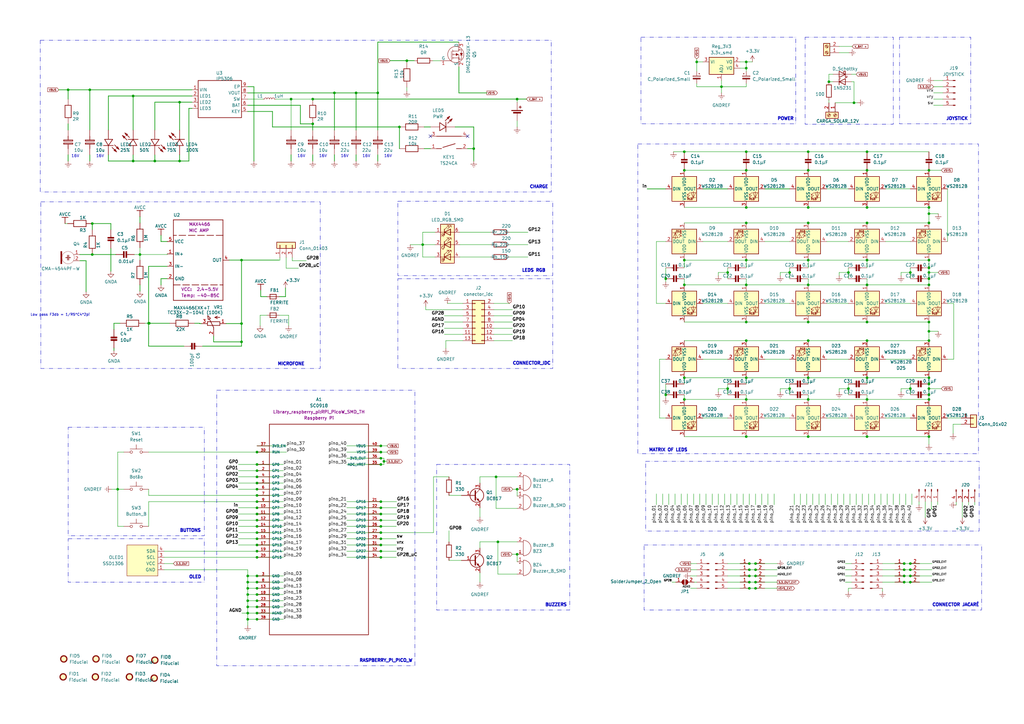
<source format=kicad_sch>
(kicad_sch (version 20230121) (generator eeschema)
  (paper "A3")
  (title_block (title "BitDogLab SMD version") (date "2024-02-26") (rev "v5.2") (company "Universidade Estadual de Campinas (Unicamp)*/Hardware Innovation Technologies (HwIT)**") (comment 1 "Juliano Rodrigues Fernandes de Oliveira**") (comment 2 "Bruno Cesar de Camargo Angeli**") (comment 3 "Pedro Ivo Aragão Guimarães*") (comment 4 "Fabiano Fruett*"))
  (junction (at 350.266 42.164))
  (junction (at 298.45 159.385))
  (junction (at 331.47 154.94))
  (junction (at 105.41 220.98))
  (junction (at 36.83 36.83))
  (junction (at 306.07 91.44))
  (junction (at 105.41 208.28))
  (junction (at 105.41 226.06))
  (junction (at 105.41 218.44))
  (junction (at 381 154.94))
  (junction (at 105.41 213.36))
  (junction (at 146.05 38.1))
  (junction (at 298.45 111.76))
  (junction (at 280.67 62.23))
  (junction (at 105.41 243.84))
  (junction (at 156.21 218.44))
  (junction (at 105.41 241.3))
  (junction (at 54.61 39.37))
  (junction (at 331.47 69.85))
  (junction (at 306.07 154.94))
  (junction (at 57.404 104.394))
  (junction (at 105.41 238.76))
  (junction (at 331.47 163.83))
  (junction (at 381 132.08))
  (junction (at 306.07 179.07))
  (junction (at 331.47 62.23))
  (junction (at 105.41 246.38))
  (junction (at 373.38 238.76))
  (junction (at 48.26 200.66))
  (junction (at 381 91.44))
  (junction (at 156.21 226.06))
  (junction (at 323.85 111.76))
  (junction (at 101.6 241.3))
  (junction (at 370.84 233.68))
  (junction (at 105.41 228.6))
  (junction (at 381 159.385))
  (junction (at 105.41 198.12))
  (junction (at 60.96 132.588))
  (junction (at 373.38 111.76))
  (junction (at 331.47 85.09))
  (junction (at 309.88 233.68))
  (junction (at 27.94 36.83))
  (junction (at 156.21 213.36))
  (junction (at 280.67 163.83))
  (junction (at 156.21 210.82))
  (junction (at 99.06 140.208))
  (junction (at 273.05 161.925))
  (junction (at 156.21 228.6))
  (junction (at 306.07 62.23))
  (junction (at 105.41 205.74))
  (junction (at 331.47 116.84))
  (junction (at 373.38 159.385))
  (junction (at 355.6 163.83))
  (junction (at 156.21 205.74))
  (junction (at 339.979 33.528))
  (junction (at 101.6 236.22))
  (junction (at 306.07 132.08))
  (junction (at 156.21 185.42))
  (junction (at 101.6 238.76))
  (junction (at 99.06 132.715))
  (junction (at 105.41 195.58))
  (junction (at 37.846 104.394))
  (junction (at 373.38 233.68))
  (junction (at 323.85 159.385))
  (junction (at 54.61 66.04))
  (junction (at 373.38 236.22))
  (junction (at 105.41 223.52))
  (junction (at 309.88 238.76))
  (junction (at 306.07 27.94))
  (junction (at 73.66 41.91))
  (junction (at 306.07 106.68))
  (junction (at 105.41 248.92))
  (junction (at 156.21 190.5))
  (junction (at 105.41 215.9))
  (junction (at 355.6 139.7))
  (junction (at 307.34 241.3))
  (junction (at 373.38 231.14))
  (junction (at 307.34 236.22))
  (junction (at 381 111.76))
  (junction (at 331.47 179.07))
  (junction (at 156.21 220.98))
  (junction (at 381 109.855))
  (junction (at 212.09 200.66))
  (junction (at 307.34 238.76))
  (junction (at 99.06 106.68))
  (junction (at 128.27 50.8))
  (junction (at 105.41 185.42))
  (junction (at 381 179.07))
  (junction (at 212.09 227.33))
  (junction (at 370.84 231.14))
  (junction (at 119.38 40.64))
  (junction (at 381 114.3))
  (junction (at 73.66 66.04))
  (junction (at 285.75 25.4))
  (junction (at 347.98 111.76))
  (junction (at 101.6 246.38))
  (junction (at 355.6 62.23))
  (junction (at 331.47 139.7))
  (junction (at 355.6 116.84))
  (junction (at 128.27 40.64))
  (junction (at 347.98 159.385))
  (junction (at 355.6 85.09))
  (junction (at 381 116.84))
  (junction (at 355.6 106.68))
  (junction (at 156.21 187.96))
  (junction (at 101.6 243.84))
  (junction (at 101.6 254))
  (junction (at 381 85.09))
  (junction (at 203.454 195.58))
  (junction (at 63.5 66.04))
  (junction (at 101.6 251.46))
  (junction (at 355.6 69.85))
  (junction (at 306.07 116.84))
  (junction (at 156.21 182.88))
  (junction (at 37.846 91.694))
  (junction (at 370.84 238.76))
  (junction (at 280.67 154.94))
  (junction (at 306.07 139.7))
  (junction (at 307.34 231.14))
  (junction (at 105.41 190.5))
  (junction (at 154.94 38.1))
  (junction (at 331.47 91.44))
  (junction (at 381 157.48))
  (junction (at 381 139.7))
  (junction (at 204.216 222.25))
  (junction (at 355.6 179.07))
  (junction (at 212.09 40.64))
  (junction (at 157.48 189.23))
  (junction (at 355.6 154.94))
  (junction (at 194.31 60.96))
  (junction (at 381 87.63))
  (junction (at 331.47 106.68))
  (junction (at 355.6 91.44))
  (junction (at 173.355 100.33))
  (junction (at 381 69.85))
  (junction (at 381 135.89))
  (junction (at 156.21 223.52))
  (junction (at 280.67 106.68))
  (junction (at 101.6 248.92))
  (junction (at 105.41 251.46))
  (junction (at 105.41 210.82))
  (junction (at 307.34 233.68))
  (junction (at 306.07 163.83))
  (junction (at 306.07 69.85))
  (junction (at 105.41 193.04))
  (junction (at 381 161.925))
  (junction (at 331.47 132.08))
  (junction (at 273.05 114.3))
  (junction (at 166.878 24.892))
  (junction (at 105.41 236.22))
  (junction (at 306.07 85.09))
  (junction (at 156.21 215.9))
  (junction (at 370.84 236.22))
  (junction (at 355.6 132.08))
  (junction (at 309.88 241.3))
  (junction (at 105.41 200.66))
  (junction (at 381 163.83))
  (junction (at 309.88 236.22))
  (junction (at 105.41 254))
  (junction (at 105.41 203.2))
  (junction (at 280.67 116.84))
  (junction (at 156.21 208.28))
  (junction (at 280.67 69.85))
  (junction (at 137.16 38.1))
  (junction (at 306.07 25.4))
  (junction (at 163.83 52.07))
  (junction (at 381 106.68))
  (junction (at 309.88 231.14))
  (junction (at 295.91 35.56))
  (junction (at 61.214 132.588))
  (no_connect (at 191.77 55.88))
  (no_connect (at 176.53 55.88))
  (wire (pts (xy 119.888 106.934) (xy 125.603 106.934)))
  (wire (pts (xy 394.208 173.99) (xy 390.906 173.99)))
  (wire (pts (xy 196.85 195.58) (xy 203.454 195.58)))
  (wire (pts (xy 36.83 63.5) (xy 36.83 66.04)) (stroke (width 0.254)))
  (wire (pts (xy 105.41 185.42) (xy 117.475 185.42)))
  (wire (pts (xy 123.19 43.18) (xy 123.19 50.8)) (stroke (width 0.254)))
  (wire (pts (xy 391.16 124.46) (xy 391.16 147.32)))
  (wire (pts (xy 366.395 202.565) (xy 366.395 207.01)))
  (wire (pts (xy 298.45 238.76) (xy 307.34 238.76)))
  (wire (pts (xy 265.43 77.47) (xy 273.05 77.47)) (stroke (width 0.254)))
  (wire (pts (xy 156.21 205.74) (xy 162.687 205.74)))
  (wire (pts (xy 339.979 33.528) (xy 341.63 33.528)))
  (wire (pts (xy 142.24 220.98) (xy 156.21 220.98)))
  (wire (pts (xy 101.6 241.3) (xy 101.6 243.84)))
  (wire (pts (xy 381 87.63) (xy 384.81 87.63)))
  (wire (pts (xy 97.79 220.98) (xy 105.41 220.98)))
  (wire (pts (xy 188.214 27.432) (xy 188.214 38.1)) (stroke (width 0.254)))
  (wire (pts (xy 298.45 236.22) (xy 307.34 236.22)))
  (wire (pts (xy 317.5 202.565) (xy 317.5 207.01)))
  (wire (pts (xy 142.24 213.36) (xy 156.21 213.36)))
  (wire (pts (xy 105.41 190.5) (xy 116.205 190.5)))
  (wire (pts (xy 361.95 238.76) (xy 370.84 238.76)))
  (wire (pts (xy 306.07 35.56) (xy 295.91 35.56)))
  (wire (pts (xy 97.79 200.66) (xy 105.41 200.66)))
  (wire (pts (xy 97.79 208.28) (xy 105.41 208.28)))
  (wire (pts (xy 188.214 17.272) (xy 154.94 17.272)) (stroke (width 0.254)))
  (wire (pts (xy 57.404 91.44) (xy 57.404 88.9)) (stroke (width 0.254)))
  (wire (pts (xy 269.24 202.565) (xy 269.24 207.01)))
  (wire (pts (xy 349.25 30.48) (xy 351.155 30.48)))
  (wire (pts (xy 280.67 163.83) (xy 306.07 163.83)))
  (wire (pts (xy 348.615 202.565) (xy 348.615 207.01)))
  (wire (pts (xy 67.31 231.14) (xy 71.12 231.14)))
  (wire (pts (xy 273.05 157.48) (xy 273.05 161.925)))
  (wire (pts (xy 182.245 129.54) (xy 189.865 129.54)))
  (wire (pts (xy 73.66 53.34) (xy 73.66 41.91)) (stroke (width 0.254)))
  (wire (pts (xy 280.67 161.925) (xy 280.67 163.83)))
  (wire (pts (xy 119.38 40.64) (xy 119.38 53.34)))
  (wire (pts (xy 78.74 44.45) (xy 77.47 44.45)) (stroke (width 0.254)))
  (wire (pts (xy 123.19 50.8) (xy 128.27 50.8)) (stroke (width 0.254)))
  (wire (pts (xy 276.86 202.565) (xy 276.86 207.01)))
  (wire (pts (xy 212.09 208.534) (xy 203.454 208.534)))
  (wire (pts (xy 146.05 38.1) (xy 154.94 38.1)) (stroke (width 0.254)))
  (wire (pts (xy 323.85 157.48) (xy 323.85 159.385)))
  (wire (pts (xy 328.295 202.565) (xy 328.295 207.01)))
  (wire (pts (xy 285.75 25.4) (xy 285.75 29.21)))
  (wire (pts (xy 287.02 202.565) (xy 287.02 207.01)))
  (wire (pts (xy 381 154.94) (xy 381 157.48)))
  (wire (pts (xy 184.15 229.87) (xy 189.23 229.87)))
  (wire (pts (xy 368.935 202.565) (xy 368.935 207.01)))
  (wire (pts (xy 381 114.3) (xy 381 111.76)))
  (wire (pts (xy 279.4 202.565) (xy 279.4 207.01)))
  (wire (pts (xy 73.66 63.5) (xy 73.66 66.04)) (stroke (width 0.254)))
  (wire (pts (xy 358.775 202.565) (xy 358.775 207.01)))
  (wire (pts (xy 173.355 100.33) (xy 178.435 100.33)))
  (wire (pts (xy 273.05 147.32) (xy 270.51 147.32)))
  (wire (pts (xy 307.34 238.76) (xy 309.88 238.76)))
  (wire (pts (xy 386.715 38.1) (xy 382.905 38.1)))
  (wire (pts (xy 105.41 198.12) (xy 116.205 198.12)))
  (wire (pts (xy 309.88 231.14) (xy 318.77 231.14)))
  (wire (pts (xy 60.96 109.22) (xy 60.96 132.588)) (stroke (width 0.254)))
  (wire (pts (xy 128.27 50.8) (xy 128.27 53.34)) (stroke (width 0.254)))
  (wire (pts (xy 184.15 217.678) (xy 184.15 222.25)))
  (wire (pts (xy 32.766 106.934) (xy 35.306 106.934)) (stroke (width 0.254)))
  (wire (pts (xy 331.47 62.23) (xy 355.6 62.23)))
  (wire (pts (xy 97.79 223.52) (xy 105.41 223.52)))
  (wire (pts (xy 323.85 109.855) (xy 323.85 111.76)))
  (wire (pts (xy 174.625 127) (xy 174.625 125.73)))
  (wire (pts (xy 118.364 133.604) (xy 118.364 129.286)))
  (wire (pts (xy 48.26 185.42) (xy 48.26 200.66)))
  (wire (pts (xy 101.6 238.76) (xy 101.6 241.3)))
  (wire (pts (xy 363.22 99.06) (xy 373.38 99.06)))
  (wire (pts (xy 341.63 30.48) (xy 339.979 30.48)))
  (wire (pts (xy 386.08 69.85) (xy 381 69.85)))
  (wire (pts (xy 306.07 161.925) (xy 306.07 163.83)))
  (wire (pts (xy 325.755 202.565) (xy 325.755 207.01)))
  (wire (pts (xy 57.404 104.394) (xy 68.58 104.394)))
  (wire (pts (xy 105.41 238.76) (xy 101.6 238.76)))
  (wire (pts (xy 294.64 111.76) (xy 298.45 111.76)))
  (wire (pts (xy 382.016 208.788) (xy 382.016 205.74)))
  (wire (pts (xy 344.17 159.385) (xy 347.98 159.385)))
  (wire (pts (xy 363.22 124.46) (xy 373.38 124.46)))
  (wire (pts (xy 105.41 210.82) (xy 116.205 210.82)))
  (wire (pts (xy 288.29 77.47) (xy 298.45 77.47)) (stroke (width 0.254)))
  (wire (pts (xy 369.57 113.03) (xy 369.57 111.76)))
  (wire (pts (xy 309.88 238.76) (xy 318.77 238.76)))
  (wire (pts (xy 45.72 200.66) (xy 48.26 200.66)))
  (wire (pts (xy 166.878 24.892) (xy 166.878 25.654)))
  (wire (pts (xy 349.25 33.528) (xy 350.266 33.528)))
  (wire (pts (xy 306.07 106.68) (xy 331.47 106.68)))
  (wire (pts (xy 339.09 99.06) (xy 347.98 99.06)))
  (wire (pts (xy 166.878 24.892) (xy 169.926 24.892)) (stroke (width 0.254)))
  (wire (pts (xy 101.6 233.68) (xy 101.6 236.22)))
  (wire (pts (xy 280.67 106.68) (xy 280.67 109.855)))
  (wire (pts (xy 99.06 140.208) (xy 99.06 141.986)) (stroke (width 0.254)))
  (wire (pts (xy 323.85 159.385) (xy 323.85 161.925)))
  (wire (pts (xy 280.67 91.44) (xy 306.07 91.44)))
  (wire (pts (xy 105.41 254) (xy 116.205 254)))
  (wire (pts (xy 105.41 243.84) (xy 116.205 243.84)))
  (wire (pts (xy 202.565 134.62) (xy 210.185 134.62)))
  (wire (pts (xy 381 91.44) (xy 381 87.63)))
  (wire (pts (xy 270.51 147.32) (xy 270.51 171.45)))
  (wire (pts (xy 394.716 212.344) (xy 394.716 205.867)))
  (wire (pts (xy 105.41 241.3) (xy 101.6 241.3)))
  (wire (pts (xy 196.85 234.95) (xy 196.85 238.76)))
  (wire (pts (xy 119.38 40.64) (xy 128.27 40.64)))
  (wire (pts (xy 63.5 66.04) (xy 73.66 66.04)) (stroke (width 0.254)))
  (wire (pts (xy 355.6 85.09) (xy 381 85.09)))
  (wire (pts (xy 331.47 139.7) (xy 355.6 139.7)))
  (wire (pts (xy 299.72 202.565) (xy 299.72 207.01)))
  (wire (pts (xy 101.6 248.92) (xy 101.6 251.46)))
  (wire (pts (xy 399.796 207.137) (xy 399.796 205.867)))
  (wire (pts (xy 137.16 53.34) (xy 137.16 38.1)) (stroke (width 0.254)))
  (wire (pts (xy 388.62 171.45) (xy 394.208 171.45)))
  (wire (pts (xy 154.94 38.1) (xy 154.94 53.34)) (stroke (width 0.254)))
  (wire (pts (xy 283.21 233.68) (xy 285.75 233.68)))
  (wire (pts (xy 280.67 116.84) (xy 306.07 116.84)))
  (wire (pts (xy 111.76 52.07) (xy 111.76 45.72)) (stroke (width 0.254)))
  (wire (pts (xy 302.26 202.565) (xy 302.26 207.01)))
  (wire (pts (xy 210.312 200.66) (xy 212.09 200.66)))
  (wire (pts (xy 369.57 111.76) (xy 373.38 111.76)))
  (wire (pts (xy 342.519 42.164) (xy 350.266 42.164)))
  (wire (pts (xy 361.95 241.3) (xy 361.95 242.57)))
  (wire (pts (xy 351.155 202.565) (xy 351.155 207.01)))
  (wire (pts (xy 294.64 159.385) (xy 298.45 159.385)))
  (wire (pts (xy 105.41 246.38) (xy 101.6 246.38)))
  (wire (pts (xy 346.71 233.68) (xy 349.25 233.68)))
  (wire (pts (xy 381 161.925) (xy 381 159.385)))
  (wire (pts (xy 188.595 95.25) (xy 201.295 95.25)))
  (wire (pts (xy 203.454 195.58) (xy 212.09 195.58)))
  (wire (pts (xy 288.29 99.06) (xy 298.45 99.06)))
  (wire (pts (xy 306.07 62.23) (xy 331.47 62.23)))
  (wire (pts (xy 114.808 105.664) (xy 114.808 106.68)))
  (wire (pts (xy 73.66 41.91) (xy 78.74 41.91)) (stroke (width 0.254)))
  (wire (pts (xy 178.435 95.25) (xy 173.355 95.25)))
  (wire (pts (xy 157.48 189.23) (xy 158.75 189.23)))
  (wire (pts (xy 363.855 202.565) (xy 363.855 207.01)))
  (wire (pts (xy 36.83 36.83) (xy 78.74 36.83)) (stroke (width 0.254)))
  (wire (pts (xy 298.45 109.855) (xy 298.45 111.76)))
  (wire (pts (xy 212.09 40.64) (xy 215.9 40.64)) (stroke (width 0.254)))
  (wire (pts (xy 355.6 62.23) (xy 381 62.23)))
  (wire (pts (xy 347.98 157.48) (xy 347.98 159.385)))
  (wire (pts (xy 370.84 231.14) (xy 373.38 231.14)))
  (wire (pts (xy 101.6 40.64) (xy 107.95 40.64)))
  (wire (pts (xy 54.61 39.37) (xy 78.74 39.37)) (stroke (width 0.254)))
  (wire (pts (xy 344.17 113.03) (xy 344.17 111.76)))
  (wire (pts (xy 97.79 218.44) (xy 105.41 218.44)))
  (wire (pts (xy 274.32 202.565) (xy 274.32 207.01)))
  (wire (pts (xy 388.62 77.47) (xy 388.62 99.06)))
  (wire (pts (xy 101.6 43.18) (xy 123.19 43.18)) (stroke (width 0.254)))
  (wire (pts (xy 57.404 101.6) (xy 57.404 104.394)))
  (wire (pts (xy 307.34 231.14) (xy 309.88 231.14)))
  (wire (pts (xy 269.24 99.06) (xy 269.24 124.46)))
  (wire (pts (xy 173.99 60.96) (xy 176.53 60.96)) (stroke (width 0.254)))
  (wire (pts (xy 346.71 236.22) (xy 349.25 236.22)))
  (wire (pts (xy 271.78 202.565) (xy 271.78 207.01)))
  (wire (pts (xy 105.41 236.22) (xy 116.205 236.22)))
  (wire (pts (xy 331.47 116.84) (xy 355.6 116.84)))
  (wire (pts (xy 338.455 202.565) (xy 338.455 207.01)))
  (wire (pts (xy 386.715 33.02) (xy 382.905 33.02)))
  (wire (pts (xy 204.216 222.25) (xy 212.09 222.25)))
  (wire (pts (xy 373.38 109.855) (xy 373.38 111.76)))
  (wire (pts (xy 97.79 213.36) (xy 105.41 213.36)))
  (wire (pts (xy 105.41 215.9) (xy 116.205 215.9)))
  (wire (pts (xy 66.04 116.84) (xy 66.04 114.3)) (stroke (width 0.254)))
  (wire (pts (xy 57.404 104.394) (xy 57.404 106.68)))
  (wire (pts (xy 284.734 238.76) (xy 285.75 238.76)))
  (wire (pts (xy 119.888 105.664) (xy 119.888 106.934)))
  (wire (pts (xy 142.24 182.88) (xy 156.21 182.88)))
  (wire (pts (xy 382.143 208.407) (xy 382.143 208.788)))
  (wire (pts (xy 122.428 109.982) (xy 117.348 109.982)))
  (wire (pts (xy 285.75 34.29) (xy 285.75 35.56)))
  (wire (pts (xy 142.24 223.52) (xy 156.21 223.52)))
  (wire (pts (xy 371.475 202.565) (xy 371.475 207.01)))
  (wire (pts (xy 283.21 241.3) (xy 285.75 241.3)))
  (wire (pts (xy 381 116.84) (xy 381 114.3)))
  (wire (pts (xy 101.6 254) (xy 105.41 254)))
  (wire (pts (xy 83.058 141.986) (xy 99.06 141.986)) (stroke (width 0.254)))
  (wire (pts (xy 156.21 210.82) (xy 162.687 210.82)))
  (wire (pts (xy 355.6 114.3) (xy 355.6 116.84)))
  (wire (pts (xy 347.98 109.855) (xy 347.98 111.76)))
  (wire (pts (xy 106.68 129.286) (xy 106.68 133.604)))
  (wire (pts (xy 391.16 147.32) (xy 388.62 147.32)))
  (wire (pts (xy 67.31 226.06) (xy 105.41 226.06)))
  (wire (pts (xy 97.79 198.12) (xy 105.41 198.12)))
  (wire (pts (xy 347.98 241.3) (xy 349.25 241.3)))
  (wire (pts (xy 388.62 124.46) (xy 391.16 124.46)))
  (wire (pts (xy 117.094 118.11) (xy 117.094 121.666)) (stroke (width 0.254)))
  (wire (pts (xy 128.27 40.64) (xy 212.09 40.64)) (stroke (width 0.254)))
  (wire (pts (xy 177.8 195.58) (xy 177.8 218.44)))
  (wire (pts (xy 361.95 236.22) (xy 370.84 236.22)))
  (wire (pts (xy 142.24 205.74) (xy 156.21 205.74)))
  (wire (pts (xy 381 106.68) (xy 381 109.855)))
  (wire (pts (xy 156.21 182.88) (xy 158.75 182.88)))
  (wire (pts (xy 381 111.76) (xy 381 109.855)))
  (wire (pts (xy 146.05 53.34) (xy 146.05 38.1)) (stroke (width 0.254)))
  (wire (pts (xy 188.595 100.33) (xy 201.295 100.33)))
  (wire (pts (xy 202.565 137.16) (xy 210.185 137.16)))
  (wire (pts (xy 44.45 66.04) (xy 44.45 63.5)) (stroke (width 0.254)))
  (wire (pts (xy 157.48 190.5) (xy 157.48 189.23)))
  (wire (pts (xy 381 157.48) (xy 381 159.385)))
  (wire (pts (xy 196.85 208.28) (xy 196.85 212.09)))
  (wire (pts (xy 381 163.83) (xy 381 161.925)))
  (wire (pts (xy 196.85 198.12) (xy 196.85 195.58)))
  (wire (pts (xy 288.29 171.45) (xy 298.45 171.45)))
  (wire (pts (xy 196.85 222.25) (xy 204.216 222.25)))
  (wire (pts (xy 370.84 236.22) (xy 373.38 236.22)))
  (wire (pts (xy 177.546 24.892) (xy 180.594 24.892)))
  (wire (pts (xy 313.69 99.06) (xy 323.85 99.06)))
  (wire (pts (xy 306.07 85.09) (xy 331.47 85.09)))
  (wire (pts (xy 105.41 220.98) (xy 116.205 220.98)))
  (wire (pts (xy 381 135.89) (xy 381 139.7)))
  (wire (pts (xy 212.09 40.64) (xy 212.09 41.91)))
  (wire (pts (xy 99.06 132.715) (xy 99.06 140.208)) (stroke (width 0.254)))
  (wire (pts (xy 46.736 135.128) (xy 46.736 132.588)) (stroke (width 0.254)))
  (wire (pts (xy 156.21 228.6) (xy 162.56 228.6)))
  (wire (pts (xy 142.24 190.5) (xy 156.21 190.5)))
  (wire (pts (xy 320.04 113.03) (xy 320.04 111.76)))
  (wire (pts (xy 142.24 210.82) (xy 156.21 210.82)))
  (wire (pts (xy 320.04 160.655) (xy 320.04 159.385)))
  (wire (pts (xy 191.77 60.96) (xy 194.31 60.96)) (stroke (width 0.254)))
  (wire (pts (xy 283.21 236.22) (xy 285.75 236.22)))
  (wire (pts (xy 350.266 33.528) (xy 350.266 42.164)))
  (wire (pts (xy 146.05 63.5) (xy 146.05 66.04)) (stroke (width 0.254)))
  (wire (pts (xy 105.41 208.28) (xy 116.205 208.28)))
  (wire (pts (xy 105.41 246.38) (xy 116.205 246.38)))
  (wire (pts (xy 346.075 202.565) (xy 346.075 207.01)))
  (wire (pts (xy 163.83 52.07) (xy 111.76 52.07)) (stroke (width 0.254)))
  (wire (pts (xy 101.6 243.84) (xy 101.6 246.38)))
  (wire (pts (xy 105.41 241.3) (xy 116.205 241.3)))
  (wire (pts (xy 339.979 41.148) (xy 339.979 42.164)))
  (wire (pts (xy 178.435 105.41) (xy 173.355 105.41)))
  (wire (pts (xy 92.71 132.715) (xy 99.06 132.715)) (stroke (width 0.254)))
  (wire (pts (xy 376.936 207.01) (xy 376.936 205.74)))
  (wire (pts (xy 347.98 111.76) (xy 347.98 114.3)))
  (wire (pts (xy 68.58 104.394) (xy 68.58 104.14)))
  (wire (pts (xy 142.24 187.96) (xy 156.21 187.96)))
  (wire (pts (xy 63.5 53.34) (xy 63.5 41.91)) (stroke (width 0.254)))
  (wire (pts (xy 331.47 161.925) (xy 331.47 163.83)))
  (wire (pts (xy 331.47 163.83) (xy 355.6 163.83)))
  (wire (pts (xy 298.45 233.68) (xy 307.34 233.68)))
  (wire (pts (xy 346.71 231.14) (xy 349.25 231.14)))
  (wire (pts (xy 101.6 38.1) (xy 137.16 38.1)) (stroke (width 0.254)))
  (wire (pts (xy 331.47 154.94) (xy 331.47 157.48)))
  (wire (pts (xy 343.535 202.565) (xy 343.535 207.01)))
  (wire (pts (xy 303.53 27.94) (xy 306.07 27.94)))
  (wire (pts (xy 105.41 182.88) (xy 117.475 182.88)))
  (wire (pts (xy 304.8 202.565) (xy 304.8 207.01)))
  (wire (pts (xy 298.45 157.48) (xy 298.45 159.385)))
  (wire (pts (xy 331.47 106.68) (xy 355.6 106.68)))
  (wire (pts (xy 173.355 105.41) (xy 173.355 100.33)))
  (wire (pts (xy 101.6 251.46) (xy 101.6 254)))
  (wire (pts (xy 142.24 215.9) (xy 156.21 215.9)))
  (wire (pts (xy 105.41 228.6) (xy 116.205 228.6)))
  (wire (pts (xy 275.59 238.76) (xy 277.114 238.76)))
  (wire (pts (xy 203.454 208.534) (xy 203.454 195.58)))
  (wire (pts (xy 283.21 231.14) (xy 285.75 231.14)))
  (wire (pts (xy 113.03 40.64) (xy 119.38 40.64)))
  (wire (pts (xy 284.48 202.565) (xy 284.48 207.01)))
  (wire (pts (xy 93.98 106.68) (xy 99.06 106.68)) (stroke (width 0.254)))
  (wire (pts (xy 356.235 202.565) (xy 356.235 207.01)))
  (wire (pts (xy 306.07 91.44) (xy 331.47 91.44)))
  (wire (pts (xy 306.07 25.4) (xy 306.07 27.94)))
  (wire (pts (xy 373.38 236.22) (xy 382.27 236.22)))
  (wire (pts (xy 355.6 106.68) (xy 355.6 109.855)))
  (wire (pts (xy 373.38 231.14) (xy 382.27 231.14)))
  (wire (pts (xy 61.214 132.588) (xy 61.214 132.842)))
  (wire (pts (xy 37.846 104.394) (xy 47.498 104.394)) (stroke (width 0.254)))
  (wire (pts (xy 54.61 66.04) (xy 63.5 66.04)) (stroke (width 0.254)))
  (wire (pts (xy 45.466 101.854) (xy 45.466 111.252)) (stroke (width 0.254)))
  (wire (pts (xy 353.695 202.565) (xy 353.695 207.01)))
  (wire (pts (xy 280.67 62.23) (xy 306.07 62.23)))
  (wire (pts (xy 306.07 27.94) (xy 306.07 29.21)))
  (wire (pts (xy 105.41 226.06) (xy 116.205 226.06)))
  (wire (pts (xy 335.915 202.565) (xy 335.915 207.01)))
  (wire (pts (xy 202.565 139.7) (xy 210.185 139.7)))
  (wire (pts (xy 63.5 41.91) (xy 73.66 41.91)) (stroke (width 0.254)))
  (wire (pts (xy 35.306 106.934) (xy 35.306 119.634)) (stroke (width 0.254)))
  (wire (pts (xy 273.05 109.855) (xy 273.05 114.3)))
  (wire (pts (xy 142.24 226.06) (xy 156.21 226.06)))
  (wire (pts (xy 60.96 132.588) (xy 60.96 141.986)) (stroke (width 0.254)))
  (wire (pts (xy 44.45 39.37) (xy 54.61 39.37)) (stroke (width 0.254)))
  (wire (pts (xy 331.47 85.09) (xy 355.6 85.09)))
  (wire (pts (xy 309.88 202.565) (xy 309.88 207.01)))
  (wire (pts (xy 339.979 30.48) (xy 339.979 33.528)))
  (wire (pts (xy 331.47 69.85) (xy 355.6 69.85)))
  (wire (pts (xy 288.29 124.46) (xy 298.45 124.46)))
  (wire (pts (xy 273.05 163.195) (xy 273.05 161.925)))
  (wire (pts (xy 67.31 228.6) (xy 105.41 228.6)))
  (wire (pts (xy 295.91 33.02) (xy 295.91 35.56)))
  (wire (pts (xy 44.45 66.04) (xy 54.61 66.04)) (stroke (width 0.254)))
  (wire (pts (xy 382.143 208.788) (xy 382.016 208.788)))
  (wire (pts (xy 285.75 24.13) (xy 285.75 25.4)))
  (wire (pts (xy 273.05 99.06) (xy 269.24 99.06)))
  (wire (pts (xy 66.04 99.06) (xy 66.04 96.52)) (stroke (width 0.254)))
  (wire (pts (xy 379.476 205.74) (xy 379.476 212.344)))
  (wire (pts (xy 344.17 21.59) (xy 348.234 21.59)))
  (wire (pts (xy 306.07 139.7) (xy 331.47 139.7)))
  (wire (pts (xy 182.88 139.7) (xy 189.865 139.7)))
  (wire (pts (xy 117.348 109.982) (xy 117.348 105.664)))
  (wire (pts (xy 306.07 34.29) (xy 306.07 35.56)))
  (wire (pts (xy 298.45 241.3) (xy 307.34 241.3)))
  (wire (pts (xy 339.09 124.46) (xy 347.98 124.46)))
  (wire (pts (xy 306.07 114.3) (xy 306.07 116.84)))
  (wire (pts (xy 210.058 227.33) (xy 212.09 227.33)))
  (wire (pts (xy 182.245 132.08) (xy 189.865 132.08)))
  (wire (pts (xy 105.41 248.92) (xy 116.205 248.92)))
  (wire (pts (xy 101.6 35.56) (xy 104.14 35.56)) (stroke (width 0.254)))
  (wire (pts (xy 142.24 228.6) (xy 156.21 228.6)))
  (wire (pts (xy 298.45 231.14) (xy 307.34 231.14)))
  (wire (pts (xy 349.504 19.05) (xy 344.17 19.05)))
  (wire (pts (xy 298.45 111.76) (xy 298.45 114.3)))
  (wire (pts (xy 288.29 147.32) (xy 298.45 147.32)))
  (wire (pts (xy 59.436 132.588) (xy 60.96 132.588)))
  (wire (pts (xy 285.75 35.56) (xy 295.91 35.56)))
  (wire (pts (xy 390.906 173.99) (xy 390.906 177.8)))
  (wire (pts (xy 361.315 202.565) (xy 361.315 207.01)))
  (wire (pts (xy 381 132.08) (xy 381 135.89)))
  (wire (pts (xy 101.6 236.22) (xy 101.6 238.76)))
  (wire (pts (xy 344.17 160.655) (xy 344.17 159.385)))
  (wire (pts (xy 174.625 127) (xy 189.865 127)))
  (wire (pts (xy 109.474 129.286) (xy 106.68 129.286)))
  (wire (pts (xy 199.644 38.1) (xy 188.214 38.1)) (stroke (width 0.254)))
  (wire (pts (xy 184.15 203.2) (xy 189.23 203.2)))
  (wire (pts (xy 307.34 233.68) (xy 309.88 233.68)))
  (wire (pts (xy 331.47 114.3) (xy 331.47 116.84)))
  (wire (pts (xy 281.94 202.565) (xy 281.94 207.01)))
  (wire (pts (xy 36.83 53.34) (xy 36.83 36.83)) (stroke (width 0.254)))
  (wire (pts (xy 194.31 60.96) (xy 194.31 66.04)) (stroke (width 0.254)))
  (wire (pts (xy 373.38 159.385) (xy 373.38 161.925)))
  (wire (pts (xy 347.98 159.385) (xy 347.98 161.925)))
  (wire (pts (xy 369.57 160.655) (xy 369.57 159.385)))
  (wire (pts (xy 386.715 40.64) (xy 382.905 40.64)))
  (wire (pts (xy 397.256 207.137) (xy 397.256 205.867)))
  (wire (pts (xy 202.565 127) (xy 210.185 127)))
  (wire (pts (xy 194.31 52.07) (xy 194.31 60.96)) (stroke (width 0.254)))
  (wire (pts (xy 26.67 91.694) (xy 27.686 91.694)))
  (wire (pts (xy 173.355 95.25) (xy 173.355 100.33)))
  (wire (pts (xy 280.67 139.7) (xy 306.07 139.7)))
  (wire (pts (xy 156.21 185.42) (xy 158.75 185.42)))
  (wire (pts (xy 355.6 163.83) (xy 381 163.83)))
  (wire (pts (xy 81.915 132.715) (xy 81.915 132.588)) (stroke (width 0.254)))
  (wire (pts (xy 188.595 105.41) (xy 201.295 105.41)))
  (wire (pts (xy 309.88 236.22) (xy 318.77 236.22)))
  (wire (pts (xy 355.6 91.44) (xy 381 91.44)))
  (wire (pts (xy 346.71 238.76) (xy 349.25 238.76)))
  (wire (pts (xy 184.15 195.58) (xy 177.8 195.58)))
  (wire (pts (xy 295.91 35.56) (xy 295.91 38.1)))
  (wire (pts (xy 160.02 24.892) (xy 166.878 24.892)) (stroke (width 0.254)))
  (wire (pts (xy 297.18 202.565) (xy 297.18 207.01)))
  (wire (pts (xy 280.67 179.07) (xy 306.07 179.07)))
  (wire (pts (xy 105.41 205.74) (xy 116.205 205.74)))
  (wire (pts (xy 208.915 105.41) (xy 216.535 105.41)))
  (wire (pts (xy 314.96 202.565) (xy 314.96 207.01)))
  (wire (pts (xy 280.67 69.85) (xy 306.07 69.85)))
  (wire (pts (xy 101.6 246.38) (xy 101.6 248.92)))
  (wire (pts (xy 99.187 251.46) (xy 101.6 251.46)))
  (wire (pts (xy 46.736 132.588) (xy 49.276 132.588)) (stroke (width 0.254)))
  (wire (pts (xy 32.766 104.394) (xy 37.846 104.394)) (stroke (width 0.254)))
  (wire (pts (xy 363.22 77.47) (xy 373.38 77.47)))
  (wire (pts (xy 212.09 49.53) (xy 212.09 52.07)))
  (wire (pts (xy 97.79 193.04) (xy 105.41 193.04)))
  (wire (pts (xy 182.88 139.7) (xy 182.88 142.875)))
  (wire (pts (xy 355.6 132.08) (xy 381 132.08)))
  (wire (pts (xy 306.07 25.4) (xy 308.61 25.4)))
  (wire (pts (xy 60.96 185.42) (xy 105.41 185.42)))
  (wire (pts (xy 339.09 77.47) (xy 347.98 77.47)))
  (wire (pts (xy 373.38 111.76) (xy 373.38 114.3)))
  (wire (pts (xy 202.565 129.54) (xy 210.185 129.54)))
  (wire (pts (xy 101.6 251.46) (xy 105.41 251.46)))
  (wire (pts (xy 270.51 171.45) (xy 273.05 171.45)))
  (wire (pts (xy 386.715 35.56) (xy 382.905 35.56)))
  (wire (pts (xy 313.69 124.46) (xy 323.85 124.46)))
  (wire (pts (xy 313.69 77.47) (xy 323.85 77.47)) (stroke (width 0.254)))
  (wire (pts (xy 384.556 207.01) (xy 384.556 205.74)))
  (wire (pts (xy 45.466 94.234) (xy 45.466 91.694)) (stroke (width 0.254)))
  (wire (pts (xy 27.94 63.5) (xy 27.94 66.04)) (stroke (width 0.254)))
  (wire (pts (xy 55.118 104.394) (xy 57.404 104.394)))
  (wire (pts (xy 87.63 140.208) (xy 87.63 137.795)) (stroke (width 0.254)))
  (wire (pts (xy 355.6 154.94) (xy 381 154.94)))
  (wire (pts (xy 186.69 52.07) (xy 194.31 52.07)) (stroke (width 0.254)))
  (wire (pts (xy 331.47 106.68) (xy 331.47 109.855)))
  (wire (pts (xy 168.275 100.33) (xy 173.355 100.33)))
  (wire (pts (xy 307.34 241.3) (xy 309.88 241.3)))
  (wire (pts (xy 306.07 132.08) (xy 331.47 132.08)))
  (wire (pts (xy 309.88 233.68) (xy 318.77 233.68)))
  (wire (pts (xy 196.85 224.79) (xy 196.85 222.25)))
  (wire (pts (xy 142.24 185.42) (xy 156.21 185.42)))
  (wire (pts (xy 306.07 154.94) (xy 331.47 154.94)))
  (wire (pts (xy 114.808 106.68) (xy 114.3 106.68)))
  (wire (pts (xy 306.07 116.84) (xy 331.47 116.84)))
  (wire (pts (xy 306.07 179.07) (xy 331.47 179.07)))
  (wire (pts (xy 106.934 121.666) (xy 106.934 119.126)) (stroke (width 0.254)))
  (wire (pts (xy 156.21 208.28) (xy 162.687 208.28)))
  (wire (pts (xy 157.48 189.23) (xy 157.48 187.96)))
  (wire (pts (xy 212.09 235.458) (xy 204.216 235.458)))
  (wire (pts (xy 105.41 218.44) (xy 116.205 218.44)))
  (wire (pts (xy 331.47 91.44) (xy 355.6 91.44)))
  (wire (pts (xy 99.06 106.68) (xy 99.06 132.715)) (stroke (width 0.254)))
  (wire (pts (xy 60.96 109.22) (xy 68.58 109.22)) (stroke (width 0.254)))
  (wire (pts (xy 373.38 238.76) (xy 382.27 238.76)))
  (wire (pts (xy 156.21 218.44) (xy 177.8 218.44)))
  (wire (pts (xy 105.41 213.36) (xy 116.205 213.36)))
  (wire (pts (xy 77.47 44.45) (xy 77.47 66.04)) (stroke (width 0.254)))
  (wire (pts (xy 384.81 111.76) (xy 381 111.76)))
  (wire (pts (xy 333.375 202.565) (xy 333.375 207.01)))
  (wire (pts (xy 97.79 215.9) (xy 105.41 215.9)))
  (wire (pts (xy 306.07 106.68) (xy 306.07 109.855)))
  (wire (pts (xy 156.21 190.5) (xy 157.48 190.5)))
  (wire (pts (xy 370.84 233.68) (xy 373.38 233.68)))
  (wire (pts (xy 340.995 202.565) (xy 340.995 207.01)))
  (wire (pts (xy 105.41 243.84) (xy 101.6 243.84)))
  (wire (pts (xy 361.95 231.14) (xy 370.84 231.14)))
  (wire (pts (xy 294.64 202.565) (xy 294.64 207.01)))
  (wire (pts (xy 370.84 238.76) (xy 373.38 238.76)))
  (wire (pts (xy 105.41 238.76) (xy 116.205 238.76)))
  (wire (pts (xy 202.565 132.08) (xy 210.185 132.08)))
  (wire (pts (xy 323.85 111.76) (xy 323.85 114.3)))
  (wire (pts (xy 280.67 154.94) (xy 306.07 154.94)))
  (wire (pts (xy 60.96 132.588) (xy 61.214 132.588)))
  (wire (pts (xy 280.67 132.08) (xy 306.07 132.08)))
  (wire (pts (xy 154.94 17.272) (xy 154.94 38.1)) (stroke (width 0.254)))
  (wire (pts (xy 54.61 63.5) (xy 54.61 66.04)) (stroke (width 0.254)))
  (wire (pts (xy 27.94 36.83) (xy 36.83 36.83)) (stroke (width 0.254)))
  (wire (pts (xy 294.64 113.03) (xy 294.64 111.76)))
  (wire (pts (xy 381 135.89) (xy 384.81 135.89)))
  (wire (pts (xy 355.6 139.7) (xy 381 139.7)))
  (wire (pts (xy 320.04 111.76) (xy 323.85 111.76)))
  (wire (pts (xy 339.09 171.45) (xy 347.98 171.45)))
  (wire (pts (xy 105.41 251.46) (xy 116.205 251.46)))
  (wire (pts (xy 87.63 140.208) (xy 99.06 140.208)) (stroke (width 0.254)))
  (wire (pts (xy 81.915 132.715) (xy 82.55 132.715)) (stroke (width 0.254)))
  (wire (pts (xy 54.61 53.34) (xy 54.61 39.37)) (stroke (width 0.254)))
  (wire (pts (xy 182.245 137.16) (xy 189.865 137.16)))
  (wire (pts (xy 81.915 132.588) (xy 79.756 132.588)) (stroke (width 0.254)))
  (wire (pts (xy 111.76 45.72) (xy 101.6 45.72)) (stroke (width 0.254)))
  (wire (pts (xy 355.6 154.94) (xy 355.6 157.48)))
  (wire (pts (xy 37.846 94.234) (xy 37.846 91.694)) (stroke (width 0.254)))
  (wire (pts (xy 60.96 141.986) (xy 75.438 141.986)) (stroke (width 0.254)))
  (wire (pts (xy 339.09 147.32) (xy 347.98 147.32)))
  (wire (pts (xy 61.214 132.588) (xy 69.596 132.588)) (stroke (width 0.254)))
  (wire (pts (xy 106.934 121.666) (xy 109.474 121.666)) (stroke (width 0.254)))
  (wire (pts (xy 156.21 187.96) (xy 157.48 187.96)))
  (wire (pts (xy 294.64 160.655) (xy 294.64 159.385)))
  (wire (pts (xy 355.6 179.07) (xy 381 179.07)))
  (wire (pts (xy 37.846 91.694) (xy 45.466 91.694)) (stroke (width 0.254)))
  (wire (pts (xy 114.554 121.666) (xy 117.094 121.666)) (stroke (width 0.254)))
  (wire (pts (xy 369.57 159.385) (xy 373.38 159.385)))
  (wire (pts (xy 306.07 163.83) (xy 331.47 163.83)))
  (wire (pts (xy 156.21 226.06) (xy 162.56 226.06)))
  (wire (pts (xy 280.67 85.09) (xy 306.07 85.09)))
  (wire (pts (xy 50.8 215.9) (xy 48.26 215.9)))
  (wire (pts (xy 212.09 200.66) (xy 212.09 203.454)))
  (wire (pts (xy 156.21 223.52) (xy 162.56 223.52)))
  (wire (pts (xy 313.69 171.45) (xy 323.85 171.45)))
  (wire (pts (xy 48.26 200.66) (xy 50.8 200.66)))
  (wire (pts (xy 156.21 215.9) (xy 162.56 215.9)))
  (wire (pts (xy 156.21 213.36) (xy 162.687 213.36)))
  (wire (pts (xy 48.26 200.66) (xy 48.26 215.9)))
  (wire (pts (xy 373.38 157.48) (xy 373.38 159.385)))
  (wire (pts (xy 298.45 159.385) (xy 298.45 161.925)))
  (wire (pts (xy 212.09 227.33) (xy 212.09 230.378)))
  (wire (pts (xy 363.22 171.45) (xy 373.38 171.45)))
  (wire (pts (xy 60.96 132.588) (xy 61.214 132.588)) (stroke (width 0.254)))
  (wire (pts (xy 99.06 106.68) (xy 114.3 106.68)) (stroke (width 0.254)))
  (wire (pts (xy 166.878 35.814) (xy 166.878 37.338)))
  (wire (pts (xy 105.41 195.58) (xy 116.205 195.58)))
  (wire (pts (xy 386.08 159.385) (xy 381 159.385)))
  (wire (pts (xy 128.27 63.5) (xy 128.27 66.04)) (stroke (width 0.254)))
  (wire (pts (xy 105.41 248.92) (xy 101.6 248.92)))
  (wire (pts (xy 137.16 38.1) (xy 146.05 38.1)) (stroke (width 0.254)))
  (wire (pts (xy 355.6 161.925) (xy 355.6 163.83)))
  (wire (pts (xy 280.67 106.68) (xy 306.07 106.68)))
  (wire (pts (xy 66.04 99.06) (xy 68.58 99.06)) (stroke (width 0.254)))
  (wire (pts (xy 392.176 207.137) (xy 392.176 205.867)))
  (wire (pts (xy 44.45 53.34) (xy 44.45 39.37)) (stroke (width 0.254)))
  (wire (pts (xy 142.24 208.28) (xy 156.21 208.28)))
  (wire (pts (xy 105.41 236.22) (xy 101.6 236.22)))
  (wire (pts (xy 104.14 35.56) (xy 104.14 66.04)) (stroke (width 0.254)))
  (wire (pts (xy 350.266 42.164) (xy 351.663 42.164)))
  (wire (pts (xy 381 87.63) (xy 381 85.09)))
  (wire (pts (xy 183.515 124.46) (xy 189.865 124.46)))
  (wire (pts (xy 285.75 25.4) (xy 288.29 25.4)))
  (wire (pts (xy 208.915 95.25) (xy 216.535 95.25)))
  (wire (pts (xy 331.47 132.08) (xy 355.6 132.08)))
  (wire (pts (xy 182.245 134.62) (xy 189.865 134.62)))
  (wire (pts (xy 280.67 154.94) (xy 280.67 157.48)))
  (wire (pts (xy 347.98 242.57) (xy 347.98 241.3)))
  (wire (pts (xy 105.41 200.66) (xy 116.205 200.66)))
  (wire (pts (xy 57.404 119.38) (xy 57.404 116.84)) (stroke (width 0.254)))
  (wire (pts (xy 137.16 63.5) (xy 137.16 66.04)) (stroke (width 0.254)))
  (wire (pts (xy 306.07 157.48) (xy 306.07 154.94)))
  (wire (pts (xy 142.24 218.44) (xy 156.21 218.44)))
  (wire (pts (xy 204.216 235.458) (xy 204.216 222.25)))
  (wire (pts (xy 60.96 200.66) (xy 60.96 203.2)))
  (wire (pts (xy 276.225 62.23) (xy 280.67 62.23)))
  (wire (pts (xy 46.736 142.748) (xy 46.736 143.764)) (stroke (width 0.254)))
  (wire (pts (xy 154.94 63.5) (xy 154.94 66.04)) (stroke (width 0.254)))
  (wire (pts (xy 289.56 202.565) (xy 289.56 207.01)))
  (wire (pts (xy 273.05 115.57) (xy 273.05 114.3)))
  (wire (pts (xy 309.88 241.3) (xy 318.77 241.3)))
  (wire (pts (xy 163.83 60.96) (xy 163.83 52.07)) (stroke (width 0.254)))
  (wire (pts (xy 173.99 52.07) (xy 176.53 52.07)) (stroke (width 0.254)))
  (wire (pts (xy 320.04 159.385) (xy 323.85 159.385)))
  (wire (pts (xy 373.38 233.68) (xy 382.27 233.68)))
  (wire (pts (xy 306.07 69.85) (xy 331.47 69.85)))
  (wire (pts (xy 361.95 233.68) (xy 370.84 233.68)))
  (wire (pts (xy 330.835 202.565) (xy 330.835 207.01)))
  (wire (pts (xy 156.21 220.98) (xy 162.56 220.98)))
  (wire (pts (xy 66.04 114.3) (xy 68.58 114.3)) (stroke (width 0.254)))
  (wire (pts (xy 97.79 190.5) (xy 105.41 190.5)))
  (wire (pts (xy 313.69 147.32) (xy 323.85 147.32)))
  (wire (pts (xy 331.47 179.07) (xy 355.6 179.07)))
  (wire (pts (xy 24.13 36.83) (xy 27.94 36.83)) (stroke (width 0.254)))
  (wire (pts (xy 202.565 124.46) (xy 208.915 124.46)))
  (wire (pts (xy 355.6 106.68) (xy 381 106.68)))
  (wire (pts (xy 63.5 63.5) (xy 63.5 66.04)) (stroke (width 0.254)))
  (wire (pts (xy 381 182.245) (xy 381 179.07)))
  (wire (pts (xy 105.41 193.04) (xy 116.205 193.04)))
  (wire (pts (xy 118.364 129.286) (xy 114.554 129.286)))
  (wire (pts (xy 280.67 114.3) (xy 280.67 116.84)))
  (wire (pts (xy 60.96 205.74) (xy 105.41 205.74)))
  (wire (pts (xy 344.17 111.76) (xy 347.98 111.76)))
  (wire (pts (xy 119.38 66.04) (xy 119.38 63.5)) (stroke (width 0.254)))
  (wire (pts (xy 97.79 210.82) (xy 105.41 210.82)))
  (wire (pts (xy 50.8 185.42) (xy 48.26 185.42)))
  (wire (pts (xy 331.47 154.94) (xy 355.6 154.94)))
  (wire (pts (xy 60.96 203.2) (xy 105.41 203.2)))
  (wire (pts (xy 312.42 202.565) (xy 312.42 207.01)))
  (wire (pts (xy 60.96 215.9) (xy 60.96 205.74)))
  (wire (pts (xy 269.24 124.46) (xy 273.05 124.46)))
  (wire (pts (xy 101.6 256.54) (xy 101.6 254)))
  (wire (pts (xy 208.915 100.33) (xy 216.535 100.33)))
  (wire (pts (xy 292.1 202.565) (xy 292.1 207.01)))
  (wire (pts (xy 303.53 25.4) (xy 306.07 25.4)))
  (wire (pts (xy 386.715 43.18) (xy 382.905 43.18)))
  (wire (pts (xy 67.31 233.68) (xy 101.6 233.68)))
  (wire (pts (xy 97.79 195.58) (xy 105.41 195.58)))
  (wire (pts (xy 307.34 236.22) (xy 309.88 236.22)))
  (wire (pts (xy 27.94 40.64) (xy 27.94 36.83)) (stroke (width 0.254)))
  (wire (pts (xy 355.6 116.84) (xy 381 116.84)))
  (wire (pts (xy 105.41 223.52) (xy 116.205 223.52)))
  (wire (pts (xy 363.22 147.32) (xy 373.38 147.32)))
  (wire (pts (xy 307.34 202.565) (xy 307.34 207.01)))
  (wire (pts (xy 355.6 69.85) (xy 381 69.85)))
  (wire (pts (xy 105.41 203.2) (xy 116.205 203.2)))
  (wire (pts (xy 374.015 202.565) (xy 374.015 207.01)))
  (wire (pts (xy 77.47 66.04) (xy 73.66 66.04)) (stroke (width 0.254)))
  (wire (pts (xy 27.94 50.8) (xy 27.94 53.34)) (stroke (width 0.254)))
  (rectangle (start 261.62 59.055) (end 401.32 186.055) (stroke (width 0) (type dash_dot_dot)))
  (rectangle (start 264.795 189.23) (end 401.574 217.805) (stroke (width 0) (type dash_dot_dot)))
  (rectangle (start 27.94 175.26) (end 83.82 219.71) (stroke (width 0) (type dash_dot_dot)))
  (rectangle (start 163.195 114.3) (end 226.695 151.13) (stroke (width 0) (type dash_dot_dot)))
  (rectangle (start 16.764 82.804) (end 131.318 151.13) (stroke (width 0) (type dash_dot_dot)))
  (rectangle (start 368.935 15.24) (end 398.145 50.8) (stroke (width 0) (type dash_dot_dot)))
  (rectangle (start 16.51 16.51) (end 226.06 78.74) (stroke (width 0) (type dash_dot_dot)))
  (rectangle (start 179.07 190.5) (end 233.68 250.19) (stroke (width 0) (type dash_dot_dot)))
  (rectangle (start 262.89 15.24) (end 326.39 50.8) (stroke (width 0) (type dash_dot_dot)))
  (rectangle (start 88.9 160.02) (end 170.18 273.05) (stroke (width 0) (type dash_dot_dot)))
  (rectangle (start 163.195 82.55) (end 226.695 113.03) (stroke (width 0) (type dash_dot_dot)))
  (rectangle (start 27.94 220.98) (end 83.82 238.76) (stroke (width 0) (type dash_dot_dot)))
  (rectangle (start 330.2 15.24) (end 366.395 50.927) (stroke (width 0) (type dash_dot_dot)))
  (rectangle (start 264.16 223.52) (end 402.59 250.19) (stroke (width 0) (type dash_dot_dot)))
  (text "POWER" (at 318.77 49.53 0) (effects (font (size 1.27 1.27) (thickness 0.508) bold) (justify left bottom)))
  (text "OLED" (at 77.47 237.49 0) (effects (font (size 1.27 1.27) (thickness 0.508) bold) (justify left bottom)))
  (text "BUZZERS" (at 223.52 248.92 0) (effects (font (size 1.27 1.27) (thickness 0.508) bold) (justify left bottom)))
  (text "LEDS RGB" (at 213.995 111.76 0) (effects (font (size 1.27 1.27) (thickness 0.508) bold) (justify left bottom)))
  (text "BUTTONS" (at 73.66 218.44 0) (effects (font (size 1.27 1.27) (thickness 0.508) bold) (justify left bottom)))
  (text "16V" (at 157.48 64.7489 0) (effects (font (size 1.143 1.143)) (justify left bottom)))
  (text "CONNECTOR_IDC" (at 210.185 149.86 0) (effects (font (size 1.27 1.27) (thickness 0.508) bold) (justify left bottom)))
  (text "CONNECTOR JACARÉ" (at 382.27 248.92 0) (effects (font (size 1.27 1.27) (thickness 0.508) bold) (justify left bottom)))
  (text "16V" (at 121.92 64.7489 0) (effects (font (size 1.143 1.143)) (justify left bottom)))
  (text "Low pass F3db = 1/R5*C4*2pi" (at 12.446 129.794 0) (effects (font (size 1.016 1.016)) (justify left bottom)))
  (text "16V" (at 148.59 64.7489 0) (effects (font (size 1.143 1.143)) (justify left bottom)))
  (text "CHARGE\n" (at 217.17 77.47 0) (effects (font (size 1.27 1.27) (thickness 0.508) bold) (justify left bottom)))
  (text "MICROFONE" (at 113.792 150.114 0) (effects (font (size 1.27 1.27) (thickness 0.508) bold) (justify left bottom)))
  (text "16V" (at 139.7 64.7489 0) (effects (font (size 1.143 1.143)) (justify left bottom)))
  (text "16V" (at 39.37 64.77 0) (effects (font (size 1.143 1.143)) (justify left bottom)))
  (text "16V" (at 29.21 64.77 0) (effects (font (size 1.143 1.143)) (justify left bottom)))
  (text "16V" (at 130.81 64.7489 0) (effects (font (size 1.143 1.143)) (justify left bottom)))
  (text "MATRIX OF LEDS" (at 266.065 185.42 0) (effects (font (size 1.27 1.27) (thickness 0.508) bold) (justify left bottom)))
  (text "RASPBERRY_PI_PICO_W" (at 147.32 271.78 0) (effects (font (size 1.27 1.27) (thickness 0.508) bold) (justify left bottom)))
  (text "JOYSTICK" (at 387.985 49.53 0) (effects (font (size 1.27 1.27) (thickness 0.508) bold) (justify left bottom)))
  (label "pino_18" (at 312.42 207.01 270))
  (label "pino_01" (at 116.205 190.5 0))
  (label "pino_25" (at 335.915 207.01 270))
  (label "GP13" (at 97.79 223.52 180) (effects (font bold)))
  (label "GP0" (at 382.143 208.407 270) (effects (font bold)))
  (label "GP16" (at 162.687 205.74 0) (effects (font bold)))
  (label "pino_18" (at 116.205 243.84 0))
  (label "pino_34" (at 358.775 207.01 270))
  (label "pino_40" (at 374.015 207.01 270))
  (label "pino_27" (at 142.24 218.44 180))
  (label "GP02" (at 97.79 195.58 180) (effects (font bold)))
  (label "in" (at 97.79 208.28 180) (effects (font (thickness 0.254) bold)))
  (label "pino_24" (at 142.24 210.82 180))
  (label "pino_23" (at 116.205 246.38 0))
  (label "pino_10" (at 292.1 207.01 270))
  (label "vry" (at 162.56 226.06 0) (effects (font (thickness 0.254) bold)))
  (label "GP03" (at 399.796 207.137 270) (effects (font bold)))
  (label "GP01" (at 384.556 207.01 270) (effects (font bold)))
  (label "pino_14" (at 116.205 215.9 0))
  (label "pino_21" (at 325.755 207.01 270))
  (label "vrx" (at 162.56 223.52 0) (effects (font (thickness 0.254) bold)))
  (label "pino_29" (at 142.24 220.98 180))
  (label "pino_09" (at 289.56 207.01 270))
  (label "pino_35" (at 361.315 207.01 270))
  (label "GP10" (at 97.79 215.9 180) (effects (font bold)))
  (label "pino_07" (at 116.205 203.2 0))
  (label "GP01_EXT" (at 382.27 236.22 0) (effects (font (size 0.8 0.8) bold)))
  (label "pino_32" (at 353.695 207.01 270))
  (label "GP09" (at 210.185 129.54 0) (effects (font (thickness 0.254) bold)))
  (label "GP12" (at 216.535 95.25 0) (effects (font bold)))
  (label "GP08" (at 97.79 210.82 180) (effects (font bold)))
  (label "GP01" (at 346.71 236.22 180) (effects (font (size 0.8 0.8) bold)))
  (label "in" (at 265.43 77.47 180) (effects (font (thickness 0.254) bold)))
  (label "pino_33" (at 356.235 207.01 270))
  (label "pino_38" (at 116.205 254 0))
  (label "pino_07" (at 284.48 207.01 270))
  (label "pino_38" (at 368.935 207.01 270))
  (label "sw" (at 162.56 220.98 0) (effects (font (thickness 0.254) bold)))
  (label "pino_08" (at 287.02 207.01 270))
  (label "pino_40" (at 142.24 182.88 180))
  (label "GP04" (at 97.79 200.66 180) (effects (font bold)))
  (label "pino_06" (at 116.205 200.66 0))
  (label "pino_21" (at 142.24 205.74 180))
  (label "pino_30" (at 117.475 185.42 0))
  (label "GP28_uC" (at 162.56 228.6 0) (effects (font (thickness 0.254) bold)))
  (label "GP18" (at 162.687 210.82 0) (effects (font bold)))
  (label "pino_35" (at 142.24 190.5 180))
  (label "pino_26" (at 338.455 207.01 270))
  (label "pino_31" (at 142.24 223.52 180))
  (label "GP11" (at 97.79 218.44 180) (effects (font bold)))
  (label "AGND" (at 99.187 251.46 180) (effects (font bold)))
  (label "GP03" (at 346.71 231.14 180) (effects (font (size 0.8 0.8) bold)))
  (label "GP02" (at 397.256 207.137 270) (effects (font bold)))
  (label "sw" (at 382.905 43.18 180))
  (label "pino_36" (at 363.855 207.01 270))
  (label "pino_19" (at 116.205 226.06 0))
  (label "pino_05" (at 116.205 198.12 0))
  (label "pino_11" (at 116.205 210.82 0))
  (label "pino_05" (at 279.4 207.01 270))
  (label "pino_28" (at 343.535 207.01 270))
  (label "GP20" (at 210.185 134.62 0) (effects (font (thickness 0.254) bold)))
  (label "GP0_EXT" (at 382.27 238.76 0) (effects (font (size 0.8 0.8) bold)))
  (label "pino_29" (at 346.075 207.01 270))
  (label "GP28" (at 275.59 238.76 180) (effects (font (size 0.8 0.8) (thickness 0.254) bold)))
  (label "pino_02" (at 116.205 193.04 0))
  (label "GP02_EXT" (at 382.27 233.68 0) (effects (font (size 0.8 0.8) bold)))
  (label "GP08" (at 184.15 217.678 0) (effects (font bold)))
  (label "pino_16" (at 116.205 220.98 0))
  (label "GP19" (at 210.185 137.16 0) (effects (font bold)))
  (label "pino_16" (at 307.34 207.01 270))
  (label "pino_14" (at 302.26 207.01 270))
  (label "GP12" (at 97.79 220.98 180) (effects (font bold)))
  (label "pino_31" (at 351.155 207.01 270))
  (label "GP09" (at 97.79 213.36 180) (effects (font (thickness 0.254) bold)))
  (label "GP10" (at 210.185 127 0) (effects (font bold)))
  (label "GP16" (at 182.245 137.16 180) (effects (font bold)))
  (label "pino_20" (at 317.5 207.01 270))
  (label "pino_24" (at 333.375 207.01 270))
  (label "pino_39" (at 142.24 185.42 180))
  (label "GP13" (at 216.535 100.33 0) (effects (font bold)))
  (label "pino_37" (at 117.475 182.88 0))
  (label "pino_12" (at 297.18 207.01 270))
  (label "pino_28" (at 116.205 248.92 0))
  (label "GP0" (at 346.71 238.76 180) (effects (font (size 0.8 0.8) bold)))
  (label "pino_03" (at 274.32 207.01 270))
  (label "GP28_uC" (at 122.428 109.982 0) (effects (font (thickness 0.254) bold)))
  (label "pino_04" (at 116.205 195.58 0))
  (label "pino_30" (at 348.615 207.01 270))
  (label "pino_09" (at 116.205 205.74 0))
  (label "pino_04" (at 276.86 207.01 270))
  (label "pino_19" (at 314.96 207.01 270))
  (label "pino_26" (at 142.24 215.9 180))
  (label "GP17" (at 162.687 208.28 0) (effects (font bold)))
  (label "pino_17" (at 116.205 223.52 0))
  (label "GP28_EXT" (at 318.77 233.68 0) (effects (font (size 0.8 0.8) (thickness 0.254) bold)))
  (label "GP04" (at 210.058 132.08 0) (effects (font bold)))
  (label "GP19" (at 162.687 213.36 0) (effects (font bold)))
  (label "pino_37" (at 366.395 207.01 270))
  (label "GP0" (at 97.79 190.5 180) (effects (font bold)))
  (label "GP03" (at 97.79 198.12 180) (effects (font bold)))
  (label "GP02" (at 346.71 233.68 180) (effects (font (size 0.8 0.8) bold)))
  (label "AGND_EXT" (at 318.77 236.22 0) (effects (font (size 0.8 0.8) bold)))
  (label "pino_11" (at 294.64 207.01 270))
  (label "pino_12" (at 116.205 213.36 0))
  (label "GP28" (at 182.245 129.54 180) (effects (font (thickness 0.254) bold)))
  (label "pino_22" (at 142.24 208.28 180))
  (label "pino_08" (at 116.205 238.76 0))
  (label "GP18" (at 210.185 139.7 0) (effects (font bold)))
  (label "pino_33" (at 116.205 251.46 0))
  (label "pino_22" (at 328.295 207.01 270))
  (label "GP01" (at 97.79 193.04 180) (effects (font bold)))
  (label "pino_25" (at 142.24 213.36 180))
  (label "GP11" (at 216.535 105.41 0) (effects (font bold)))
  (label "pino_17" (at 309.88 207.01 270))
  (label "vry" (at 382.905 40.64 180))
  (label "pino_34" (at 142.24 228.6 180))
  (label "pino_15" (at 116.205 218.44 0))
  (label "pino_03" (at 116.205 236.22 0))
  (label "pino_01" (at 269.24 207.01 270))
  (label "GP03_EXT" (at 382.27 231.14 0) (effects (font (size 0.8 0.8) bold)))
  (label "pino_13" (at 299.72 207.01 270))
  (label "pino_13" (at 116.205 241.3 0))
  (label "pino_15" (at 304.8 207.01 270))
  (label "pino_39" (at 371.475 207.01 270))
  (label "GP17" (at 182.245 134.62 180) (effects (font bold)))
  (label "pino_20" (at 116.205 228.6 0))
  (label "pino_02" (at 271.78 207.01 270))
  (label "AGND" (at 283.21 241.3 180) (effects (font (size 0.8 0.8) bold)))
  (label "GP20" (at 162.56 215.9 0) (effects (font (thickness 0.254) bold)))
  (label "vrx" (at 382.905 38.1 180))
  (label "AGND" (at 182.245 132.08 180) (effects (font bold)))
  (label "pino_10" (at 116.205 208.28 0))
  (label "GP28" (at 125.603 106.934 0) (effects (font (thickness 0.254) bold)))
  (label "pino_06" (at 281.94 207.01 270))
  (label "pino_36" (at 142.24 187.96 180))
  (label "pino_27" (at 340.995 207.01 270))
  (label "pino_23" (at 330.835 207.01 270))
  (label "pino_32" (at 142.24 226.06 180))
  (global_label "VBUS" (shape input) (at 160.02 24.892 180) (effects (font (size 0.8 0.8))) (property "Intersheetrefs" "${INTERSHEET_REFS}" (effects hide)))
  (global_label "3.3_OUT" (shape output) (at 283.21 233.68 180) (effects (font (size 0.8 0.8))) (property "Intersheetrefs" "${INTERSHEET_REFS}" (effects hide)))
  (global_label "V_BAT +" (shape input) (at 215.9 40.64 0) (effects (font (size 0.8 0.8))) (property "Intersheetrefs" "${INTERSHEET_REFS}" (effects hide)))
  (global_label "VSYS" (shape input) (at 208.915 124.46 90) (effects (font (size 0.8 0.8))) (property "Intersheetrefs" "${INTERSHEET_REFS}" (effects hide)))
  (global_label "VSYS" (shape input) (at 210.312 200.66 180) (effects (font (size 0.8 0.8))) (property "Intersheetrefs" "${INTERSHEET_REFS}" (effects hide)))
  (global_label "VSYS_EXT" (shape output) (at 318.77 241.3 0) (effects (font (size 0.8 0.8))) (property "Intersheetrefs" "${INTERSHEET_REFS}" (effects hide)))
  (global_label "VBUS" (shape input) (at 351.155 30.48 0) (effects (font (size 0.8 0.8))) (property "Intersheetrefs" "${INTERSHEET_REFS}" (effects hide)))
  (global_label "VSYS" (shape input) (at 386.08 69.85 0) (effects (font (size 0.8 0.8))) (property "Intersheetrefs" "${INTERSHEET_REFS}" (effects hide)))
  (global_label "3.3_OUT_EXT" (shape output) (at 318.77 238.76 0) (effects (font (size 0.8 0.8))) (property "Intersheetrefs" "${INTERSHEET_REFS}" (effects hide)))
  (global_label "VSYS" (shape input) (at 285.75 24.13 90) (effects (font (size 0.8 0.8))) (property "Intersheetrefs" "${INTERSHEET_REFS}" (effects hide)))
  (global_label "VSYS" (shape output) (at 283.21 231.14 180) (effects (font (size 0.8 0.8))) (property "Intersheetrefs" "${INTERSHEET_REFS}" (effects hide)))
  (global_label "VSYS" (shape input) (at 210.058 227.33 180) (effects (font (size 0.8 0.8))) (property "Intersheetrefs" "${INTERSHEET_REFS}" (effects hide)))
  (global_label "VBUS" (shape input) (at 158.75 182.88 0) (effects (font (size 0.8 0.8))) (property "Intersheetrefs" "${INTERSHEET_REFS}" (effects hide)))
  (global_label "VSYS" (shape input) (at 158.75 185.42 0) (effects (font (size 0.8 0.8))) (property "Intersheetrefs" "${INTERSHEET_REFS}" (effects hide)))
  (global_label "3.3_OUT" (shape input) (at 71.12 231.14 0) (effects (font (size 0.8 0.8))) (property "Intersheetrefs" "${INTERSHEET_REFS}" (effects hide)))
  (global_label "VSYS" (shape input) (at 384.81 111.76 0) (effects (font (size 0.8 0.8))) (property "Intersheetrefs" "${INTERSHEET_REFS}" (effects hide)))
  (global_label "VSYS" (shape output) (at 199.644 38.1 0) (effects (font (size 0.8 0.8))) (property "Intersheetrefs" "${INTERSHEET_REFS}" (effects hide)))
  (global_label "VBUS" (shape input) (at 24.13 36.83 180) (effects (font (size 0.8 0.8))) (property "Intersheetrefs" "${INTERSHEET_REFS}" (effects hide)))
  (global_label "VSYS" (shape input) (at 386.08 159.385 0) (effects (font (size 0.8 0.8))) (property "Intersheetrefs" "${INTERSHEET_REFS}" (effects hide)))
  (global_label "V_BAT +" (shape input) (at 349.504 19.05 0) (effects (font (size 0.8 0.8))) (property "Intersheetrefs" "${INTERSHEET_REFS}" (effects hide)))
  (global_label "3.3_OUT" (shape output) (at 158.75 189.23 0) (effects (font (size 0.8 0.8))) (property "Intersheetrefs" "${INTERSHEET_REFS}" (effects hide)))
  (global_label "3.3_OUT" (shape input) (at 382.905 35.56 180) (effects (font (size 0.8 0.8))) (property "Intersheetrefs" "${INTERSHEET_REFS}" (effects hide)))
  (symbol (lib_id "Adafruit MAX4466 Mic Amp-altium-import:root_0_CAP_CERAMIC0805") (at 278.13 157.48 90) (unit 1)
    (property "Reference" "C37" (at 274.955 155.575 90) (effects (justify left bottom)))
    (property "Value" "0.1µF" (at 283.845 155.575 90) (effects (justify left bottom)))
    (property "Footprint" "Capacitor_SMD:C_0402_1005Metric" (effects hide))
    (property "GATENAME_1" "G$1" (effects hide))
    (property "SYMBOLNAME_1" "CAPACITOR" (effects hide))
    (property "DEVICENAME" "0805" (effects hide))
    (property "LIBRARYNAME" "microbuilder" (effects hide))
    (property "DEVICESETNAME" "CAP_CERAMIC" (effects hide))
  )
  (symbol (lib_id "power:GNDREF") (at 182.88 142.875 0) (unit 1)
    (property "Reference" "#PWR03" (effects hide))
    (property "Value" "GNDREF" (at 182.88 147.32 0))
  )
  (symbol (lib_id "Device:R") (at 184.15 199.39 0) (unit 1)
    (property "Reference" "R1" (at 186.69 198.12 0) (effects (justify left)))
    (property "Value" "330" (at 186.69 200.66 0) (effects (justify left)))
    (property "Footprint" "Resistor_SMD:R_0603_1608Metric" (effects hide))
  )
  (symbol (lib_id "IP5306-LiPoChargerBooster_orcad-altium-import:0_22u") (at 137.16 58.42 0) (unit 1)
    (property "Reference" "C11" (at 139.7508 59.9765 0) (effects (justify left bottom)))
    (property "Value" "22u" (at 139.569 62.2962 0) (effects (justify left bottom)))
    (property "Footprint" "Resistor_SMD:R_0805_2012Metric" (effects hide))
    (property "NAMEALIAS" "Value(F)" (effects hide))
    (property "MANUFACTURER PART" "CL21A226MAQNNNE" (effects hide))
    (property "SPICEPRE" "C" (effects hide))
    (property "SPICESYMBOLNAME" "Cap_0805_EU" (effects hide))
    (property "SUPPLIER" "LCSC" (effects hide))
    (property "MANUFACTURER" "SAMSUNG" (effects hide))
    (property "SUPPLIER PART" "C45783" (effects hide))
  )
  (symbol (lib_id "Mechanical:Fiducial") (at 39.116 277.622 0) (unit 1)
    (property "Reference" "FID2" (at 41.402 276.352 0) (effects (justify left)))
    (property "Value" "Fiducial" (at 41.402 278.892 0) (effects (justify left)))
    (property "Footprint" "Fiducial:Fiducial_1mm_Mask2mm" (effects hide))
  )
  (symbol (lib_id "IP5306-LiPoChargerBooster_orcad-altium-import:0_TS24CA") (at 184.15 58.42 0) (unit 1)
    (property "Reference" "KEY1" (at 181.6119 65.1299 0) (effects (justify left bottom)))
    (property "Value" "TS24CA" (at 180.467 67.6699 0) (effects (justify left bottom)))
    (property "Footprint" "Button_Switch_SMD:SW_SPST_CK_KMS2xxGP" (effects hide))
    (property "SUPPLIER" "LCSC" (effects hide))
    (property "SUPPLIER PART" "C393942" (effects hide))
    (property "MANUFACTURER" "SHOU HAN" (effects hide))
    (property "MANUFACTURER PART" "TS24CA" (effects hide))
    (property "CONTRIBUTOR" "LCSC" (effects hide))
    (property "SPICEPRE" "S" (effects hide))
  )
  (symbol (lib_id "LED:WS2812B") (at 280.67 99.06 180) (unit 1)
    (property "Reference" "D9" (at 292.1 93.5639 0))
    (property "Value" "WS2812B" (at 292.1 96.1039 0))
    (property "Footprint" "LED_SMD:LED_WS2812B_PLCC4_5.0x5.0mm_P3.2mm" (effects hide))
    (property "Datasheet" "https://cdn-shop.adafruit.com/datasheets/WS2812B.pdf" (effects hide))
  )
  (symbol (lib_id "Adafruit MAX4466 Mic Amp-altium-import:root_0_CAP_CERAMIC0805") (at 353.06 109.855 90) (unit 1)
    (property "Reference" "C25" (at 349.885 107.95 90) (effects (justify left bottom)))
    (property "Value" "0.1µF" (at 358.775 107.95 90) (effects (justify left bottom)))
    (property "Footprint" "Capacitor_SMD:C_0402_1005Metric" (effects hide))
    (property "GATENAME_1" "G$1" (effects hide))
    (property "SYMBOLNAME_1" "CAPACITOR" (effects hide))
    (property "DEVICENAME" "0805" (effects hide))
    (property "LIBRARYNAME" "microbuilder" (effects hide))
    (property "DEVICESETNAME" "CAP_CERAMIC" (effects hide))
  )
  (symbol (lib_id "Adafruit MAX4466 Mic Amp-altium-import:root_0_CAP_CERAMIC0805") (at 303.53 157.48 90) (unit 1)
    (property "Reference" "C35" (at 300.355 155.575 90) (effects (justify left bottom)))
    (property "Value" "0.1µF" (at 309.245 155.575 90) (effects (justify left bottom)))
    (property "Footprint" "Capacitor_SMD:C_0402_1005Metric" (effects hide))
    (property "GATENAME_1" "G$1" (effects hide))
    (property "SYMBOLNAME_1" "CAPACITOR" (effects hide))
    (property "DEVICENAME" "0805" (effects hide))
    (property "LIBRARYNAME" "microbuilder" (effects hide))
    (property "DEVICESETNAME" "CAP_CERAMIC" (effects hide))
  )
  (symbol (lib_id "power:GNDREF") (at 183.515 124.46 180) (unit 1)
    (property "Reference" "#PWR04" (effects hide))
    (property "Value" "GNDREF" (at 183.515 120.015 0))
  )
  (symbol (lib_id "Device:R") (at 173.736 24.892 90) (unit 1)
    (property "Reference" "R14" (at 173.736 19.05 90))
    (property "Value" "0R" (at 173.736 21.59 90))
    (property "Footprint" "Resistor_SMD:R_0603_1608Metric" (effects hide))
  )
  (symbol (lib_id "power:GNDREF") (at 128.27 66.04 0) (unit 1)
    (property "Reference" "#PWR031" (effects hide))
    (property "Value" "GNDREF" (effects hide))
  )
  (symbol (lib_id "LED:WS2812B") (at 355.6 147.32 180) (unit 1)
    (property "Reference" "D27" (at 367.03 141.8239 0))
    (property "Value" "WS2812B" (at 367.03 144.3639 0))
    (property "Footprint" "LED_SMD:LED_WS2812B_PLCC4_5.0x5.0mm_P3.2mm" (effects hide))
    (property "Datasheet" "https://cdn-shop.adafruit.com/datasheets/WS2812B.pdf" (effects hide))
  )
  (symbol (lib_id "power:GNDREF") (at 118.364 133.604 0) (unit 1)
    (property "Reference" "#PWR08" (effects hide))
    (property "Value" "GNDREF" (at 118.364 138.049 0))
  )
  (symbol (lib_id "Adafruit MAX4466 Mic Amp-altium-import:AVCC") (at 26.67 91.694 180) (unit 1)
    (property "Reference" "#PWR0102" (effects hide))
    (property "Value" "AVCC" (at 26.67 87.884 0))
  )
  (symbol (lib_id "Connector_custom:Conn_01x02") (at 308.61 229.87 0) (unit 1)
    (property "Reference" "J9" (effects hide))
    (property "Value" "GND" (effects hide))
    (property "Footprint" "Connector_Wire:SolderWire-2sqmm_1x02_P7.8mm_D2mm_OD3.9mm" (effects hide))
  )
  (symbol (lib_id "Adafruit MAX4466 Mic Amp-altium-import:root_0_CAP_CERAMIC0805") (at 46.736 140.208 0) (unit 1)
    (property "Reference" "C4" (at 49.276 137.668 0) (effects (justify left bottom)))
    (property "Value" "10uF" (at 49.276 140.208 0) (effects (justify left bottom)))
    (property "Footprint" "Capacitor_SMD:C_0805_2012Metric" (effects hide))
    (property "GATENAME_1" "G$1" (effects hide))
    (property "SYMBOLNAME_1" "CAPACITOR" (effects hide))
    (property "DEVICENAME" "0805" (effects hide))
    (property "LIBRARYNAME" "microbuilder" (effects hide))
    (property "DEVICESETNAME" "CAP_CERAMIC" (effects hide))
  )
  (symbol (lib_id "Adafruit MAX4466 Mic Amp-altium-import:AVCC") (at 57.404 88.9 180) (unit 1)
    (property "Reference" "#PWR0101" (effects hide))
    (property "Value" "AVCC" (at 57.404 85.09 0))
  )
  (symbol (lib_id "power:GNDA") (at 45.466 111.252 0) (unit 1)
    (property "Reference" "#PWR052" (effects hide))
    (property "Value" "GNDA" (at 45.466 115.57 0))
  )
  (symbol (lib_id "power:GNDREF") (at 318.77 231.14 90) (unit 1)
    (property "Reference" "#PWR013" (effects hide))
    (property "Value" "GNDREF" (at 322.58 231.14 90) (effects (justify right)))
  )
  (symbol (lib_id "power:GNDREF") (at 27.94 66.04 0) (unit 1)
    (property "Reference" "#PWR010" (effects hide))
    (property "Value" "GNDREF" (effects hide))
  )
  (symbol (lib_id "power:GNDREF") (at 146.05 66.04 0) (unit 1)
    (property "Reference" "#PWR033" (effects hide))
    (property "Value" "GNDREF" (effects hide))
  )
  (symbol (lib_id "Adafruit MAX4466 Mic Amp-altium-import:root_0_CAP_CERAMIC0805") (at 303.53 161.925 90) (unit 1)
    (property "Reference" "C36" (at 300.355 160.02 90) (effects (justify left bottom)))
    (property "Value" "0.1µF" (at 309.245 160.02 90) (effects (justify left bottom)))
    (property "Footprint" "Capacitor_SMD:C_0402_1005Metric" (effects hide))
    (property "GATENAME_1" "G$1" (effects hide))
    (property "SYMBOLNAME_1" "CAPACITOR" (effects hide))
    (property "DEVICENAME" "0805" (effects hide))
    (property "LIBRARYNAME" "microbuilder" (effects hide))
    (property "DEVICESETNAME" "CAP_CERAMIC" (effects hide))
  )
  (symbol (lib_id "Mechanical:Fiducial") (at 53.086 277.622 0) (unit 1)
    (property "Reference" "FID3" (at 55.372 276.352 0) (effects (justify left)))
    (property "Value" "Fiducial" (at 55.372 278.892 0) (effects (justify left)))
    (property "Footprint" "Fiducial:Fiducial_1mm_Mask2mm" (effects hide))
  )
  (symbol (lib_id "LED:WS2812B") (at 306.07 77.47 0) (unit 1)
    (property "Reference" "D5" (at 317.5 73.8221 0))
    (property "Value" "WS2812B" (at 317.5 76.3621 0))
    (property "Footprint" "LED_SMD:LED_WS2812B_PLCC4_5.0x5.0mm_P3.2mm" (effects hide))
    (property "Datasheet" "https://cdn-shop.adafruit.com/datasheets/WS2812B.pdf" (effects hide))
  )
  (symbol (lib_id "power:GNDREF") (at 166.878 37.338 0) (unit 1)
    (property "Reference" "#PWR054" (effects hide))
    (property "Value" "GNDREF" (effects hide))
  )
  (symbol (lib_id "power:GNDA") (at 57.404 119.38 0) (unit 1)
    (property "Reference" "#PWR051" (effects hide))
    (property "Value" "GNDA" (at 57.404 123.698 0))
  )
  (symbol (lib_id "power:GNDREF") (at 361.95 242.57 0) (unit 1)
    (property "Reference" "#PWR017" (effects hide))
    (property "Value" "GNDREF" (effects hide))
  )
  (symbol (lib_id "Adafruit MAX4466 Mic Amp-altium-import:root_1_RESISTOR0805") (at 57.404 111.76 0) (unit 1)
    (property "Reference" "R7" (at 55.372 114.3 90) (effects (justify left bottom)))
    (property "Value" "1M" (at 60.579 114.3 90) (effects (justify left bottom)))
    (property "Footprint" "Resistor_SMD:R_0603_1608Metric" (effects hide))
    (property "GATENAME_1" "G$1" (effects hide))
    (property "SYMBOLNAME_1" "RESISTOR" (effects hide))
    (property "DEVICENAME" "0805" (effects hide))
    (property "LIBRARYNAME" "microbuilder" (effects hide))
    (property "DEVICESETNAME" "RESISTOR" (effects hide))
  )
  (symbol (lib_name "GNDREF_1") (lib_id "power:GNDREF") (at 273.05 163.195 0) (unit 1)
    (property "Reference" "#PWR048" (effects hide))
    (property "Value" "GNDREF" (effects hide))
  )
  (symbol (lib_id "Connector:Conn_01x04_Pin") (at 397.256 200.787 270) (unit 1)
    (property "Reference" "J20" (at 395.986 198.882 90))
    (property "Value" "Conn_01x04_Pin" (effects hide))
    (property "Footprint" "Connector_JST:JST_EH_B4B-EH-A_1x04_P2.50mm_Vertical" (effects hide))
  )
  (symbol (lib_id "LED:WS2812B") (at 331.47 77.47 0) (unit 1)
    (property "Reference" "D6" (at 342.9 73.8221 0))
    (property "Value" "WS2812B" (at 342.9 76.3621 0))
    (property "Footprint" "LED_SMD:LED_WS2812B_PLCC4_5.0x5.0mm_P3.2mm" (effects hide))
    (property "Datasheet" "https://cdn-shop.adafruit.com/datasheets/WS2812B.pdf" (effects hide))
  )
  (symbol (lib_id "Device:C_Polarized_Small") (at 285.75 31.75 0) (mirror y) (unit 1)
    (property "Reference" "C1" (at 283.21 29.9339 0) (effects (justify left)))
    (property "Value" "C_Polarized_Small" (at 283.21 32.4739 0) (effects (justify left)))
    (property "Footprint" "Capacitor_SMD:CP_Elec_5x5.9" (effects hide))
  )
  (symbol (lib_id "Adafruit MAX4466 Mic Amp-altium-import:root_1_RESISTOR0805") (at 57.404 96.52 0) (unit 1)
    (property "Reference" "R6" (at 55.372 99.06 90) (effects (justify left bottom)))
    (property "Value" "1M" (at 60.579 99.06 90) (effects (justify left bottom)))
    (property "Footprint" "Resistor_SMD:R_0603_1608Metric" (effects hide))
    (property "GATENAME_1" "G$1" (effects hide))
    (property "SYMBOLNAME_1" "RESISTOR" (effects hide))
    (property "DEVICENAME" "0805" (effects hide))
    (property "LIBRARYNAME" "microbuilder" (effects hide))
    (property "DEVICESETNAME" "RESISTOR" (effects hide))
  )
  (symbol (lib_name "GNDREF_1") (lib_id "power:GNDREF") (at 276.225 62.23 0) (unit 1)
    (property "Reference" "#PWR049" (effects hide))
    (property "Value" "GNDREF" (effects hide))
  )
  (symbol (lib_id "Adafruit MAX4466 Mic Amp-altium-import:root_0_CAP_CERAMIC0805") (at 328.93 161.925 90) (unit 1)
    (property "Reference" "C34" (at 325.755 160.02 90) (effects (justify left bottom)))
    (property "Value" "0.1µF" (at 334.645 160.02 90) (effects (justify left bottom)))
    (property "Footprint" "Capacitor_SMD:C_0402_1005Metric" (effects hide))
    (property "GATENAME_1" "G$1" (effects hide))
    (property "SYMBOLNAME_1" "CAPACITOR" (effects hide))
    (property "DEVICENAME" "0805" (effects hide))
    (property "LIBRARYNAME" "microbuilder" (effects hide))
    (property "DEVICESETNAME" "CAP_CERAMIC" (effects hide))
  )
  (symbol (lib_id "Adafruit MAX4466 Mic Amp-altium-import:root_0_CAP_CERAMIC0805") (at 278.13 114.3 90) (unit 1)
    (property "Reference" "C20" (at 274.955 112.395 90) (effects (justify left bottom)))
    (property "Value" "0.1µF" (at 283.845 112.395 90) (effects (justify left bottom)))
    (property "Footprint" "Capacitor_SMD:C_0402_1005Metric" (effects hide))
    (property "GATENAME_1" "G$1" (effects hide))
    (property "SYMBOLNAME_1" "CAPACITOR" (effects hide))
    (property "DEVICENAME" "0805" (effects hide))
    (property "LIBRARYNAME" "microbuilder" (effects hide))
    (property "DEVICESETNAME" "CAP_CERAMIC" (effects hide))
  )
  (symbol (lib_id "LED:WS2812B") (at 280.67 171.45 0) (unit 1)
    (property "Reference" "D20" (at 292.1 167.8021 0))
    (property "Value" "WS2812B" (at 292.1 170.3421 0))
    (property "Footprint" "LED_SMD:LED_WS2812B_PLCC4_5.0x5.0mm_P3.2mm" (effects hide))
    (property "Datasheet" "https://cdn-shop.adafruit.com/datasheets/WS2812B.pdf" (effects hide))
  )
  (symbol (lib_name "GNDREF_4") (lib_id "power:GNDREF") (at 381 182.245 0) (unit 1)
    (property "Reference" "#PWR09" (effects hide))
    (property "Value" "GNDREF" (effects hide))
  )
  (symbol (lib_id "Adafruit MAX4466 Mic Amp-altium-import:root_0_FERRITE0805") (at 112.014 129.286 0) (unit 1)
    (property "Reference" "FB2" (at 110.744 127.381 0) (effects (justify left bottom)))
    (property "Value" "FERRITE" (at 110.744 132.461 0) (effects (justify left bottom)))
    (property "Footprint" "Inductor_SMD:L_0603_1608Metric" (effects hide))
    (property "GATENAME_1" "G$1" (effects hide))
    (property "SYMBOLNAME_1" "FERRITE" (effects hide))
    (property "DEVICENAME" "0805" (effects hide))
    (property "LIBRARYNAME" "microbuilder" (effects hide))
    (property "DEVICESETNAME" "FERRITE" (effects hide))
  )
  (symbol (lib_id "Mechanical:Fiducial") (at 25.908 277.622 0) (unit 1)
    (property "Reference" "FID1" (at 28.194 276.352 0) (effects (justify left)))
    (property "Value" "Fiducial" (at 28.194 278.892 0) (effects (justify left)))
    (property "Footprint" "Fiducial:Fiducial_1mm_Mask2mm" (effects hide))
  )
  (symbol (lib_id "Connector_custom:Conn_01x02") (at 308.61 232.41 0) (unit 1)
    (property "Reference" "J10" (effects hide))
    (property "Value" "3V3" (effects hide))
    (property "Footprint" "Connector_Wire:SolderWire-2sqmm_1x02_P7.8mm_D2mm_OD3.9mm" (effects hide))
  )
  (symbol (lib_id "power:+3.3V") (at 117.094 118.11 0) (unit 1)
    (property "Reference" "#PWR027" (effects hide))
    (property "Value" "+3.3V" (at 120.015 114.935 0))
  )
  (symbol (lib_id "Adafruit MAX4466 Mic Amp-altium-import:root_0_CAP_CERAMIC0805") (at 353.06 161.925 90) (unit 1)
    (property "Reference" "C32" (at 349.885 160.02 90) (effects (justify left bottom)))
    (property "Value" "0.1µF" (at 358.775 160.02 90) (effects (justify left bottom)))
    (property "Footprint" "Capacitor_SMD:C_0402_1005Metric" (effects hide))
    (property "GATENAME_1" "G$1" (effects hide))
    (property "SYMBOLNAME_1" "CAPACITOR" (effects hide))
    (property "DEVICENAME" "0805" (effects hide))
    (property "LIBRARYNAME" "microbuilder" (effects hide))
    (property "DEVICESETNAME" "CAP_CERAMIC" (effects hide))
  )
  (symbol (lib_name "GNDREF_5") (lib_id "power:GNDREF") (at 351.663 42.164 90) (unit 1)
    (property "Reference" "#PWR021" (effects hide))
    (property "Value" "GNDREF" (effects hide))
  )
  (symbol (lib_id "power:GNDA") (at 46.736 143.764 0) (unit 1)
    (property "Reference" "#PWR016" (effects hide))
    (property "Value" "GNDA" (at 46.736 148.082 0))
  )
  (symbol (lib_id "power:GNDREF") (at 347.98 242.57 0) (unit 1)
    (property "Reference" "#PWR014" (effects hide))
    (property "Value" "GNDREF" (effects hide))
  )
  (symbol (lib_id "LED:WS2812B") (at 280.67 124.46 0) (unit 1)
    (property "Reference" "D14" (at 292.1 120.8121 0))
    (property "Value" "WS2812B" (at 292.1 123.3521 0))
    (property "Footprint" "LED_SMD:LED_WS2812B_PLCC4_5.0x5.0mm_P3.2mm" (effects hide))
    (property "Datasheet" "https://cdn-shop.adafruit.com/datasheets/WS2812B.pdf" (effects hide))
  )
  (symbol (lib_id "IP5306-LiPoChargerBooster_orcad-altium-import:0_10u") (at 128.27 58.42 0) (unit 1)
    (property "Reference" "C10" (at 130.8608 59.9765 0) (effects (justify left bottom)))
    (property "Value" "10u" (at 130.679 62.2962 0) (effects (justify left bottom)))
    (property "Footprint" "Resistor_SMD:R_0805_2012Metric" (effects hide))
    (property "NAMEALIAS" "Value(F)" (effects hide))
    (property "MANUFACTURER PART" "CL21A106KAYNNNE" (effects hide))
    (property "SPICEPRE" "C" (effects hide))
    (property "SPICESYMBOLNAME" "Cap_0805_EU" (effects hide))
    (property "SUPPLIER" "LCSC" (effects hide))
    (property "MANUFACTURER" "SAMSUNG" (effects hide))
    (property "SUPPLIER PART" "C15850" (effects hide))
  )
  (symbol (lib_id "power:GNDREF") (at 283.21 236.22 270) (unit 1)
    (property "Reference" "#PWR012" (effects hide))
    (property "Value" "GNDREF" (at 279.4 236.22 90) (effects (justify right)))
  )
  (symbol (lib_id "LED:WS2812B") (at 355.6 77.47 0) (unit 1)
    (property "Reference" "D7" (at 367.03 73.8221 0))
    (property "Value" "WS2812B" (at 367.03 76.3621 0))
    (property "Footprint" "LED_SMD:LED_WS2812B_PLCC4_5.0x5.0mm_P3.2mm" (effects hide))
    (property "Datasheet" "https://cdn-shop.adafruit.com/datasheets/WS2812B.pdf" (effects hide))
  )
  (symbol (lib_id "LED:WS2812B") (at 381 77.47 0) (unit 1)
    (property "Reference" "D8" (at 392.43 73.8221 0))
    (property "Value" "WS2812B" (at 392.43 76.3621 0))
    (property "Footprint" "LED_SMD:LED_WS2812B_PLCC4_5.0x5.0mm_P3.2mm" (effects hide))
    (property "Datasheet" "https://cdn-shop.adafruit.com/datasheets/WS2812B.pdf" (effects hide))
  )
  (symbol (lib_id "Device:Battery_Cell") (at 212.09 46.99 0) (unit 1)
    (property "Reference" "BT1" (effects hide))
    (property "Value" "Battery_Cell" (effects hide))
    (property "Footprint" "Battery:BatteryHolder_MPD_BH-18650-PC2" (effects hide))
  )
  (symbol (lib_id "Mechanical:Fiducial") (at 53.34 270.256 0) (unit 1)
    (property "Reference" "FID7" (at 55.626 268.986 0) (effects (justify left)))
    (property "Value" "Fiducial" (at 55.626 271.526 0) (effects (justify left)))
    (property "Footprint" "Fiducial:Fiducial_1mm_Mask2mm" (effects hide))
  )
  (symbol (lib_id "Adafruit MAX4466 Mic Amp-altium-import:root_0_MAX4466{dblquote}{dblquote}") (at 81.28 106.68 0) (unit 1)
    (property "Reference" "U2" (at 71.12 88.9 0) (effects (justify left bottom)))
    (property "Value" "MAX4466EXK+T" (at 71.12 127 0) (effects (justify left bottom)))
    (property "Footprint" "Package_TO_SOT_SMD:SOT-353_SC-70-5" (effects hide))
    (property "GATENAME_1" "G$1" (effects hide))
    (property "SYMBOLNAME_1" "MAX4466" (effects hide))
    (property "DEVICENAME" "\"\"" (effects hide))
    (property "LIBRARYNAME" "microbuilder" (effects hide))
    (property "DEVICESETNAME" "MAX4466" (effects hide))
    (property "MAX4466" "MAX4466" (at 77.47 92.71 0) (effects (justify left bottom)))
    (property "MICAMP" "MIC AMP" (at 77.47 95.25 0) (effects (justify left bottom)))
    (property "VCC" "VCC:" (at 74.295 119.38 0) (effects (justify left bottom)))
    (property "2.4-5.5V" "2.4-5.5V" (at 80.645 119.38 0) (effects (justify left bottom)))
    (property "TEMP" "Temp:" (at 74.295 121.92 0) (effects (justify left bottom)))
    (property "-40-85C" "-40-85C" (at 80.645 121.92 0) (effects (justify left bottom)))
  )
  (symbol (lib_id "Connector_custom:Conn_01x02") (at 372.11 232.41 0) (unit 1)
    (property "Reference" "J18" (effects hide))
    (property "Value" "3" (effects hide))
    (property "Footprint" "Connector_Wire:SolderWire-2sqmm_1x02_P7.8mm_D2mm_OD3.9mm" (effects hide))
  )
  (symbol (lib_name "GNDREF_3") (lib_id "power:GNDREF") (at 384.81 87.63 0) (unit 1)
    (property "Reference" "#PWR038" (effects hide))
    (property "Value" "GNDREF" (effects hide))
  )
  (symbol (lib_id "Diode:1N53xxB") (at 345.44 33.528 0) (unit 1)
    (property "Reference" "D3" (effects hide))
    (property "Value" "1N5231" (at 345.567 36.068 0))
    (property "Footprint" "Diode_THT:D_T-1_P5.08mm_Horizontal" (effects hide))
    (property "Datasheet" "https://diotec.com/tl_files/diotec/files/pdf/datasheets/1n5345b.pdf" (effects hide))
  )
  (symbol (lib_id "Adafruit MAX4466 Mic Amp-altium-import:root_0_CAP_CERAMIC0805") (at 378.46 161.925 90) (unit 1)
    (property "Reference" "C30" (at 375.285 160.02 90) (effects (justify left bottom)))
    (property "Value" "0.1µF" (at 384.175 160.02 90) (effects (justify left bottom)))
    (property "Footprint" "Capacitor_SMD:C_0402_1005Metric" (effects hide))
    (property "GATENAME_1" "G$1" (effects hide))
    (property "SYMBOLNAME_1" "CAPACITOR" (effects hide))
    (property "DEVICENAME" "0805" (effects hide))
    (property "LIBRARYNAME" "microbuilder" (effects hide))
    (property "DEVICESETNAME" "CAP_CERAMIC" (effects hide))
  )
  (symbol (lib_id "power:GNDREF") (at 392.176 207.137 270) (unit 1)
    (property "Reference" "#PWR024" (effects hide))
    (property "Value" "GNDREF" (effects hide))
  )
  (symbol (lib_id "Mechanical:Fiducial") (at 63.246 278.13 0) (unit 1)
    (property "Reference" "FID4" (at 65.532 276.86 0) (effects (justify left)))
    (property "Value" "Fiducial" (at 65.532 279.4 0) (effects (justify left)))
    (property "Footprint" "Fiducial:Fiducial_1mm_Mask2mm" (effects hide))
  )
  (symbol (lib_id "Connector:Conn_01x04_Pin") (at 382.016 200.66 270) (unit 1)
    (property "Reference" "J21" (at 381 198.755 90))
    (property "Value" "Conn_01x04_Pin" (effects hide))
    (property "Footprint" "Connector_JST:JST_EH_B4B-EH-A_1x04_P2.50mm_Vertical" (effects hide))
  )
  (symbol (lib_id "Connector:Conn_01x05_Pin") (at 354.33 236.22 0) (mirror y) (unit 1)
    (property "Reference" "J12" (at 350.52 227.33 0) (effects (justify right)))
    (property "Value" "Conn_01x05_Pin" (effects hide))
    (property "Footprint" "Connector_PinHeader_2.54mm:PinHeader_1x05_P2.54mm_Vertical" (effects hide))
  )
  (symbol (lib_id "power:GNDREF") (at 137.16 66.04 0) (unit 1)
    (property "Reference" "#PWR032" (effects hide))
    (property "Value" "GNDREF" (effects hide))
  )
  (symbol (lib_id "Connector:Screw_Terminal_01x02") (at 339.09 21.59 180) (unit 1)
    (property "Reference" "V_BAT1" (effects hide))
    (property "Value" "V_BAT" (effects hide))
    (property "Footprint" "BITDOG_HWIT1:JST_EH_B2B-EH-A_1x02_P2.50mm_Vertical" (effects hide))
  )
  (symbol (lib_id "LED:WS2812B") (at 381 147.32 180) (unit 1)
    (property "Reference" "D25" (at 369.57 150.9679 0))
    (property "Value" "WS2812B" (at 369.57 148.4279 0))
    (property "Footprint" "LED_SMD:LED_WS2812B_PLCC4_5.0x5.0mm_P3.2mm" (effects hide))
    (property "Datasheet" "https://cdn-shop.adafruit.com/datasheets/WS2812B.pdf" (effects hide))
  )
  (symbol (lib_id "IP5306-LiPoChargerBooster_orcad-altium-import:3_25%") (at 45.72 58.42 0) (unit 1)
    (property "Reference" "LED1" (at 49.276 59.9864 0) (effects (justify left bottom)))
    (property "Value" "25%" (at 49.276 62.2724 0) (effects (justify left bottom)))
    (property "Footprint" "BITDOG_HWIT1:LED_0805_2012Metric" (effects hide))
    (property "SUPPLIER" "LCSC" (effects hide))
    (property "MANUFACTURER" "NATIONSTAR" (effects hide))
    (property "MANUFACTURER PART" "FC-2012HRK-620D" (effects hide))
    (property "CONTRIBUTOR" "LCSC" (effects hide))
    (property "SUPPLIER PART" "C84256" (effects hide))
    (property "SPICEPRE" "L" (effects hide))
  )
  (symbol (lib_id "Connector_custom:Conn_01x02") (at 372.11 227.33 0) (unit 1)
    (property "Reference" "J16" (effects hide))
    (property "Value" "1" (effects hide))
    (property "Footprint" "Connector_Wire:SolderWire-2sqmm_1x02_P7.8mm_D2mm_OD3.9mm" (effects hide))
  )
  (symbol (lib_id "LED:WS2812B") (at 280.67 77.47 0) (unit 1)
    (property "Reference" "D2" (at 292.1 73.8221 0))
    (property "Value" "WS2812B" (at 292.1 76.3621 0))
    (property "Footprint" "LED_SMD:LED_WS2812B_PLCC4_5.0x5.0mm_P3.2mm" (effects hide))
    (property "Datasheet" "https://cdn-shop.adafruit.com/datasheets/WS2812B.pdf" (effects hide))
  )
  (symbol (lib_id "power:+3.3V") (at 308.61 25.4 0) (unit 1)
    (property "Reference" "#PWR06" (effects hide))
    (property "Value" "+3.3V" (at 308.61 20.955 0))
  )
  (symbol (lib_id "power:GNDREF") (at 212.09 52.07 0) (unit 1)
    (property "Reference" "#PWR037" (effects hide))
    (property "Value" "GNDREF" (effects hide))
  )
  (symbol (lib_id "IP5306-LiPoChargerBooster_orcad-altium-import:0_10u") (at 27.94 58.42 0) (unit 1)
    (property "Reference" "C7" (at 30.5308 59.9765 0) (effects (justify left bottom)))
    (property "Value" "10u" (at 30.349 62.2962 0) (effects (justify left bottom)))
    (property "Footprint" "Resistor_SMD:R_0805_2012Metric" (effects hide))
    (property "NAMEALIAS" "Value(F)" (effects hide))
    (property "MANUFACTURER PART" "CL21A106KAYNNNE" (effects hide))
    (property "SPICEPRE" "C" (effects hide))
    (property "SPICESYMBOLNAME" "Cap_0805_EU" (effects hide))
    (property "SUPPLIER" "LCSC" (effects hide))
    (property "MANUFACTURER" "SAMSUNG" (effects hide))
    (property "SUPPLIER PART" "C15850" (effects hide))
  )
  (symbol (lib_name "GNDREF_6") (lib_id "power:GNDREF") (at 348.234 21.59 90) (unit 1)
    (property "Reference" "#PWR022" (effects hide))
    (property "Value" "GNDREF" (effects hide))
  )
  (symbol (lib_id "Device:C_Polarized_Small") (at 306.07 31.75 0) (unit 1)
    (property "Reference" "C2" (at 308.61 29.9339 0) (effects (justify left)))
    (property "Value" "C_Polarized_Small" (at 308.61 32.4739 0) (effects (justify left)))
    (property "Footprint" "Capacitor_SMD:CP_Elec_5x5.9" (effects hide))
  )
  (symbol (lib_id "Adafruit MAX4466 Mic Amp-altium-import:root_0_CAP_CERAMIC0805") (at 306.07 67.31 0) (unit 1)
    (property "Reference" "C15" (at 308.61 64.77 0) (effects (justify left bottom)))
    (property "Value" "0.1µF" (at 308.61 67.31 0) (effects (justify left bottom)))
    (property "Footprint" "Capacitor_SMD:C_0402_1005Metric" (effects hide))
    (property "GATENAME_1" "G$1" (effects hide))
    (property "SYMBOLNAME_1" "CAPACITOR" (effects hide))
    (property "DEVICENAME" "0805" (effects hide))
    (property "LIBRARYNAME" "microbuilder" (effects hide))
    (property "DEVICESETNAME" "CAP_CERAMIC" (effects hide))
  )
  (symbol (lib_id "power:GNDREF") (at 119.38 66.04 0) (unit 1)
    (property "Reference" "#PWR030" (effects hide))
    (property "Value" "GNDREF" (effects hide))
  )
  (symbol (lib_name "GNDREF_4") (lib_id "power:GNDREF") (at 390.906 177.8 0) (unit 1)
    (property "Reference" "#PWR055" (effects hide))
    (property "Value" "GNDREF" (effects hide))
  )
  (symbol (lib_id "power:+3.3V") (at 394.716 212.344 180) (unit 1)
    (property "Reference" "#PWR023" (effects hide))
    (property "Value" "+3.3V" (at 394.716 216.789 0))
  )
  (symbol (lib_id "power:GNDA") (at 66.04 116.84 0) (unit 1)
    (property "Reference" "#PWR050" (effects hide))
    (property "Value" "GNDA" (at 66.04 121.158 0))
  )
  (symbol (lib_id "Adafruit MAX4466 Mic Amp-altium-import:root_0_CAP_CERAMIC0805") (at 355.6 67.31 0) (unit 1)
    (property "Reference" "C17" (at 358.14 64.77 0) (effects (justify left bottom)))
    (property "Value" "0.1µF" (at 358.14 67.31 0) (effects (justify left bottom)))
    (property "Footprint" "Capacitor_SMD:C_0402_1005Metric" (effects hide))
    (property "GATENAME_1" "G$1" (effects hide))
    (property "SYMBOLNAME_1" "CAPACITOR" (effects hide))
    (property "DEVICENAME" "0805" (effects hide))
    (property "LIBRARYNAME" "microbuilder" (effects hide))
    (property "DEVICESETNAME" "CAP_CERAMIC" (effects hide))
  )
  (symbol (lib_id "IP5306-LiPoChargerBooster_orcad-altium-import:1_2R") (at 27.94 45.72 0) (unit 1)
    (property "Reference" "R9" (at 29.7199 47.2864 0) (effects (justify left bottom)))
    (property "Value" "2R" (at 29.718 49.5724 0) (effects (justify left bottom)))
    (property "Footprint" "Resistor_SMD:R_0603_1608Metric" (effects hide))
    (property "NAMEALIAS" "Value(Ω)" (effects hide))
    (property "MANUFACTURER PART" "RS-05L2R00FT" (effects hide))
    (property "SPICEPRE" "R" (effects hide))
    (property "SPICESYMBOLNAME" "Res_0805(1/8W)_EU" (effects hide))
    (property "SUPPLIER" "LCSC" (effects hide))
    (property "MANUFACTURER" "Guangdong Fenghua Advanced Tech" (effects hide))
    (property "SUPPLIER PART" "C304864" (effects hide))
  )
  (symbol (lib_id "Adafruit MAX4466 Mic Amp-altium-import:root_3_mirrored_TRIMPOTTC33X-2") (at 87.63 132.715 0) (unit 1)
    (property "Reference" "VR1" (at 91.44 126.746 0) (effects (justify right bottom)))
    (property "Value" "TC33X-2-104E (100K)" (at 91.44 128.905 0) (effects (justify right bottom)))
    (property "Footprint" "Potentiometer_SMD:Potentiometer_Bourns_TC33X_Vertical" (effects hide))
    (property "GATENAME_1" "G$1" (effects hide))
    (property "SYMBOLNAME_1" "POTENTIOMETER" (effects hide))
    (property "DEVICENAME" "TC33X-2" (effects hide))
    (property "LIBRARYNAME" "microbuilder" (effects hide))
    (property "DEVICESETNAME" "TRIMPOT" (effects hide))
  )
  (symbol (lib_id "IP5306-LiPoChargerBooster_orcad-altium-import:0_22u") (at 154.94 58.42 0) (unit 1)
    (property "Reference" "C13" (at 157.5308 59.9765 0) (effects (justify left bottom)))
    (property "Value" "22u" (at 157.349 62.2962 0) (effects (justify left bottom)))
    (property "Footprint" "Resistor_SMD:R_0805_2012Metric" (effects hide))
    (property "NAMEALIAS" "Value(F)" (effects hide))
    (property "MANUFACTURER PART" "CL21A226MAQNNNE" (effects hide))
    (property "SPICEPRE" "C" (effects hide))
    (property "SPICESYMBOLNAME" "Cap_0805_EU" (effects hide))
    (property "SUPPLIER" "LCSC" (effects hide))
    (property "MANUFACTURER" "SAMSUNG" (effects hide))
    (property "SUPPLIER PART" "C45783" (effects hide))
  )
  (symbol (lib_id "IP5306-LiPoChargerBooster_orcad-altium-import:0_IP5306") (at 90.17 40.64 0) (unit 1)
    (property "Reference" "U3" (at 88.5904 30.6772 0) (effects (justify left bottom)))
    (property "Value" "IP5306" (at 88.5904 32.9989 0) (effects (justify left bottom)))
    (property "Footprint" "Package_SO:SOP-8_5.28x5.23mm_P1.27mm" (effects hide))
    (property "SUPPLIER" "LCSC" (effects hide))
    (property "SUPPLIER PART" "C384572" (effects hide))
    (property "MANUFACTURER" "INJOINIC" (effects hide))
    (property "MANUFACTURER PART" "IP5306_4.35V" (effects hide))
    (property "CONTRIBUTOR" "LCSC" (effects hide))
    (property "SPICEPRE" "U" (effects hide))
  )
  (symbol (lib_id "Connector_Generic:Conn_01x03") (at 117.348 100.584 90) (unit 1)
    (property "Reference" "J1" (at 122.682 99.314 90) (effects (justify right)))
    (property "Value" "Conn_01x03" (at 122.682 101.854 90) (effects (justify right)))
    (property "Footprint" "Connector_PinHeader_2.54mm:PinHeader_1x03_P2.54mm_Vertical" (effects hide))
  )
  (symbol (lib_id "power:GNDREF") (at 376.936 207.01 0) (unit 1)
    (property "Reference" "#PWR026" (effects hide))
    (property "Value" "GNDREF" (effects hide))
  )
  (symbol (lib_id "power:GNDREF") (at 154.94 66.04 0) (unit 1)
    (property "Reference" "#PWR034" (effects hide))
    (property "Value" "GNDREF" (effects hide))
  )
  (symbol (lib_id "Device:Buzzer") (at 214.63 205.994 0) (unit 1)
    (property "Reference" "BZ2" (at 218.44 204.724 0) (effects (justify left)))
    (property "Value" "Buzzer_B_SMD" (at 218.44 207.264 0) (effects (justify left)))
    (property "Footprint" "Buzzer_Beeper:MagneticBuzzer_CUI_CMT-8504-100-SMT" (effects hide))
  )
  (symbol (lib_id "Device:L_Small") (at 110.49 40.64 90) (unit 1)
    (property "Reference" "L1" (at 106.68 39.37 90))
    (property "Value" "1uH" (at 114.3 39.37 90))
    (property "Footprint" "Inductor_SMD:L_Bourns_SRP7028A_7.3x6.6mm" (effects hide))
  )
  (symbol (lib_id "power:GNDREF") (at 194.31 66.04 0) (unit 1)
    (property "Reference" "#PWR035" (effects hide))
    (property "Value" "GNDREF" (effects hide))
  )
  (symbol (lib_id "LED:WS2812B") (at 331.47 99.06 180) (unit 1)
    (property "Reference" "D11" (at 342.9 93.5639 0))
    (property "Value" "WS2812B" (at 342.9 96.1039 0))
    (property "Footprint" "LED_SMD:LED_WS2812B_PLCC4_5.0x5.0mm_P3.2mm" (effects hide))
    (property "Datasheet" "https://cdn-shop.adafruit.com/datasheets/WS2812B.pdf" (effects hide))
  )
  (symbol (lib_id "IP5306-LiPoChargerBooster_orcad-altium-import:2_10k") (at 166.878 30.734 90) (unit 1)
    (property "Reference" "R13" (at 163.3009 32.2461 0) (effects (justify left bottom)))
    (property "Value" "10k" (at 165.5869 32.2461 0) (effects (justify left bottom)))
    (property "Footprint" "Resistor_SMD:R_0603_1608Metric" (effects hide))
    (property "NAMEALIAS" "Value(Ω)" (effects hide))
    (property "MANUFACTURER PART" "0805W8F1002T5E" (effects hide))
    (property "SPICEPRE" "R" (effects hide))
    (property "SPICESYMBOLNAME" "Res_0805(1/8W)_EU" (effects hide))
    (property "SUPPLIER" "LCSC" (effects hide))
    (property "MANUFACTURER" "UniOhm" (effects hide))
    (property "SUPPLIER PART" "C17414" (effects hide))
  )
  (symbol (lib_id "Adafruit MAX4466 Mic Amp-altium-import:root_0_CAP_CERAMIC0805") (at 353.06 157.48 90) (unit 1)
    (property "Reference" "C31" (at 349.885 155.575 90) (effects (justify left bottom)))
    (property "Value" "0.1µF" (at 358.775 155.575 90) (effects (justify left bottom)))
    (property "Footprint" "Capacitor_SMD:C_0402_1005Metric" (effects hide))
    (property "GATENAME_1" "G$1" (effects hide))
    (property "SYMBOLNAME_1" "CAPACITOR" (effects hide))
    (property "DEVICENAME" "0805" (effects hide))
    (property "LIBRARYNAME" "microbuilder" (effects hide))
    (property "DEVICESETNAME" "CAP_CERAMIC" (effects hide))
  )
  (symbol (lib_id "Connector_custom:Conn_01x02") (at 372.11 224.79 0) (unit 1)
    (property "Reference" "J15" (effects hide))
    (property "Value" "0" (effects hide))
    (property "Footprint" "Connector_Wire:SolderWire-2sqmm_1x02_P7.8mm_D2mm_OD3.9mm" (effects hide))
  )
  (symbol (lib_id "Transistor_BJT:BC817") (at 194.31 229.87 0) (unit 1)
    (property "Reference" "Q2" (at 199.39 228.6 0) (effects (justify left)))
    (property "Value" "BC817" (at 199.39 231.14 0) (effects (justify left)))
    (property "Footprint" "Package_TO_SOT_SMD:SOT-23" (effects hide))
    (property "Datasheet" "https://www.onsemi.com/pub/Collateral/BC818-D.pdf" (effects hide))
  )
  (symbol (lib_name "GNDREF_1") (lib_id "power:GNDREF") (at 320.04 113.03 0) (unit 1)
    (property "Reference" "#PWR041" (effects hide))
    (property "Value" "GNDREF" (effects hide))
  )
  (symbol (lib_id "Connector:Conn_01x05_Pin") (at 290.83 236.22 0) (mirror y) (unit 1)
    (property "Reference" "J5" (at 287.02 227.33 0) (effects (justify right)))
    (property "Value" "Conn_01x05_Pin" (effects hide))
    (property "Footprint" "Connector_PinHeader_2.54mm:PinHeader_1x05_P2.54mm_Vertical" (effects hide))
  )
  (symbol (lib_id "IP5306-LiPoChargerBooster_orcad-altium-import:0_22u") (at 146.05 58.42 0) (unit 1)
    (property "Reference" "C12" (at 148.6408 59.9765 0) (effects (justify left bottom)))
    (property "Value" "22u" (at 148.459 62.2962 0) (effects (justify left bottom)))
    (property "Footprint" "Resistor_SMD:R_0805_2012Metric" (effects hide))
    (property "NAMEALIAS" "Value(F)" (effects hide))
    (property "MANUFACTURER PART" "CL21A226MAQNNNE" (effects hide))
    (property "SPICEPRE" "C" (effects hide))
    (property "SPICESYMBOLNAME" "Cap_0805_EU" (effects hide))
    (property "SUPPLIER" "LCSC" (effects hide))
    (property "MANUFACTURER" "SAMSUNG" (effects hide))
    (property "SUPPLIER PART" "C45783" (effects hide))
  )
  (symbol (lib_name "GNDREF_1") (lib_id "power:GNDREF") (at 273.05 115.57 0) (unit 1)
    (property "Reference" "#PWR043" (effects hide))
    (property "Value" "GNDREF" (effects hide))
  )
  (symbol (lib_id "Adafruit MAX4466 Mic Amp-altium-import:root_1_CAP_CERAMIC0805") (at 52.578 104.394 0) (unit 1)
    (property "Reference" "C5" (at 49.784 102.362 0) (effects (justify left bottom)))
    (property "Value" "0.01uF" (at 48.514 107.95 0) (effects (justify left bottom)))
    (property "Footprint" "Capacitor_SMD:C_0402_1005Metric" (effects hide))
    (property "GATENAME_1" "G$1" (effects hide))
    (property "SYMBOLNAME_1" "CAPACITOR" (effects hide))
    (property "DEVICENAME" "0805" (effects hide))
    (property "LIBRARYNAME" "microbuilder" (effects hide))
    (property "DEVICESETNAME" "CAP_CERAMIC" (effects hide))
  )
  (symbol (lib_id "Adafruit MAX4466 Mic Amp-altium-import:root_0_CAP_CERAMIC0805") (at 278.13 109.855 90) (unit 1)
    (property "Reference" "C19" (at 274.955 107.95 90) (effects (justify left bottom)))
    (property "Value" "0.1µF" (at 283.845 107.95 90) (effects (justify left bottom)))
    (property "Footprint" "Capacitor_SMD:C_0402_1005Metric" (effects hide))
    (property "GATENAME_1" "G$1" (effects hide))
    (property "SYMBOLNAME_1" "CAPACITOR" (effects hide))
    (property "DEVICENAME" "0805" (effects hide))
    (property "LIBRARYNAME" "microbuilder" (effects hide))
    (property "DEVICESETNAME" "CAP_CERAMIC" (effects hide))
  )
  (symbol (lib_id "Adafruit MAX4466 Mic Amp-altium-import:root_0_RESISTOR0805") (at 74.676 132.588 0) (unit 1)
    (property "Reference" "R8" (at 72.136 130.556 0) (effects (justify left bottom)))
    (property "Value" "22K" (at 72.136 135.763 0) (effects (justify left bottom)))
    (property "Footprint" "Resistor_SMD:R_0603_1608Metric" (effects hide))
    (property "GATENAME_1" "G$1" (effects hide))
    (property "SYMBOLNAME_1" "RESISTOR" (effects hide))
    (property "DEVICENAME" "0805" (effects hide))
    (property "LIBRARYNAME" "microbuilder" (effects hide))
    (property "DEVICESETNAME" "RESISTOR" (effects hide))
  )
  (symbol (lib_id "Adafruit MAX4466 Mic Amp-altium-import:root_2_ELECTRET") (at 30.226 106.934 0) (unit 1)
    (property "Reference" "Q4" (at 32.766 99.314 0) (effects (justify right top)))
    (property "Value" "CMA-4544PF-W" (at 32.766 109.474 0) (effects (justify right top)))
    (property "Footprint" "Buzzer_Beeper:Buzzer_12x9.5RM7.6" (effects hide))
    (property "GATENAME_1" "G$1" (effects hide))
    (property "SYMBOLNAME_1" "ELECTRET" (effects hide))
    (property "LIBRARYNAME" "microbuilder" (effects hide))
    (property "DEVICESETNAME" "ELECTRET" (effects hide))
  )
  (symbol (lib_id "Device:Buzzer") (at 214.63 198.12 0) (mirror x) (unit 1)
    (property "Reference" "BZ1" (at 218.44 199.39 0) (effects (justify left)))
    (property "Value" "Buzzer_A" (at 218.44 196.85 0) (effects (justify left)))
    (property "Footprint" "Buzzer_Beeper:Buzzer_12x9.5RM7.6" (effects hide))
  )
  (symbol (lib_id "Adafruit MAX4466 Mic Amp-altium-import:root_0_CAP_CERAMIC0805") (at 45.466 99.314 0) (unit 1)
    (property "Reference" "C3" (at 48.006 96.774 0) (effects (justify left bottom)))
    (property "Value" "0.1µF" (at 48.006 99.314 0) (effects (justify left bottom)))
    (property "Footprint" "Capacitor_SMD:C_0402_1005Metric" (effects hide))
    (property "GATENAME_1" "G$1" (effects hide))
    (property "SYMBOLNAME_1" "CAPACITOR" (effects hide))
    (property "DEVICENAME" "0805" (effects hide))
    (property "LIBRARYNAME" "microbuilder" (effects hide))
    (property "DEVICESETNAME" "CAP_CERAMIC" (effects hide))
  )
  (symbol (lib_id "Adafruit MAX4466 Mic Amp-altium-import:root_0_CAP_CERAMIC0805") (at 278.13 161.925 90) (unit 1)
    (property "Reference" "C38" (at 274.955 160.02 90) (effects (justify left bottom)))
    (property "Value" "0.1µF" (at 283.845 160.02 90) (effects (justify left bottom)))
    (property "Footprint" "Capacitor_SMD:C_0402_1005Metric" (effects hide))
    (property "GATENAME_1" "G$1" (effects hide))
    (property "SYMBOLNAME_1" "CAPACITOR" (effects hide))
    (property "DEVICENAME" "0805" (effects hide))
    (property "LIBRARYNAME" "microbuilder" (effects hide))
    (property "DEVICESETNAME" "CAP_CERAMIC" (effects hide))
  )
  (symbol (lib_id "Raspberry_Pi_Pico_W_SC0918:DMG2305UX-13") (at 188.214 22.352 0) (unit 1)
    (property "Reference" "Q5" (at 194.564 22.352 90))
    (property "Value" "DMG2305UX-13" (at 192.024 22.352 90))
    (property "Footprint" "Package_TO_SOT_SMD:SOT-23-3" (effects hide))
    (property "Datasheet" "https://www.diodes.com/assets/Datasheets/DMG2305UX.pdf" (effects hide))
    (property "Digi-Key_PN" "DMG2305UX-13DICT-ND" (effects hide))
    (property "MPN" "DMG2305UX-13" (effects hide))
    (property "Category" "Discrete Semiconductor Products" (effects hide))
    (property "Family" "Transistors - FETs, MOSFETs - Single" (effects hide))
    (property "DK_Datasheet_Link" "https://www.diodes.com/assets/Datasheets/DMG2305UX.pdf" (effects hide))
    (property "DK_Detail_Page" "/product-detail/en/diodes-incorporated/DMG2305UX-13/DMG2305UX-13DICT-ND/4251589" (effects hide))
    (property "Description" "MOSFET P-CH 20V 4.2A SOT23" (effects hide))
    (property "Manufacturer" "Diodes Incorporated" (effects hide))
    (property "Status" "Active" (effects hide))
  )
  (symbol (lib_id "LED:WS2812B") (at 381 171.45 0) (unit 1)
    (property "Reference" "D28" (at 392.43 167.8021 0))
    (property "Value" "WS2812B" (at 392.43 170.3421 0))
    (property "Footprint" "LED_SMD:LED_WS2812B_PLCC4_5.0x5.0mm_P3.2mm" (effects hide))
    (property "Datasheet" "https://cdn-shop.adafruit.com/datasheets/WS2812B.pdf" (effects hide))
  )
  (symbol (lib_id "LED:WS2812B") (at 331.47 124.46 0) (unit 1)
    (property "Reference" "D16" (at 342.9 120.8121 0))
    (property "Value" "WS2812B" (at 342.9 123.3521 0))
    (property "Footprint" "LED_SMD:LED_WS2812B_PLCC4_5.0x5.0mm_P3.2mm" (effects hide))
    (property "Datasheet" "https://cdn-shop.adafruit.com/datasheets/WS2812B.pdf" (effects hide))
  )
  (symbol (lib_id "LED:WS2812B") (at 381 99.06 180) (unit 1)
    (property "Reference" "D13" (at 392.43 93.5639 0))
    (property "Value" "WS2812B" (at 392.43 96.1039 0))
    (property "Footprint" "LED_SMD:LED_WS2812B_PLCC4_5.0x5.0mm_P3.2mm" (effects hide))
    (property "Datasheet" "https://cdn-shop.adafruit.com/datasheets/WS2812B.pdf" (effects hide))
  )
  (symbol (lib_id "power:GNDREF") (at 168.275 100.33 0) (unit 1)
    (property "Reference" "#PWR01" (effects hide))
    (property "Value" "GNDREF" (at 168.275 104.775 0))
  )
  (symbol (lib_id "IP5306-LiPoChargerBooster_orcad-altium-import:1_2R") (at 128.27 45.72 0) (unit 1)
    (property "Reference" "R10" (at 130.0499 47.2864 0) (effects (justify left bottom)))
    (property "Value" "2R" (at 130.048 49.5724 0) (effects (justify left bottom)))
    (property "Footprint" "Resistor_SMD:R_0603_1608Metric" (effects hide))
    (property "NAMEALIAS" "Value(Ω)" (effects hide))
    (property "MANUFACTURER PART" "RS-05L2R00FT" (effects hide))
    (property "SPICEPRE" "R" (effects hide))
    (property "SPICESYMBOLNAME" "Res_0805(1/8W)_EU" (effects hide))
    (property "SUPPLIER" "LCSC" (effects hide))
    (property "MANUFACTURER" "Guangdong Fenghua Advanced Tech" (effects hide))
    (property "SUPPLIER PART" "C304864" (effects hide))
  )
  (symbol (lib_id "Device:D_Schottky") (at 345.44 30.48 180) (unit 1)
    (property "Reference" "D4" (effects hide))
    (property "Value" "D_Schottky" (at 346.583 28.194 0))
    (property "Footprint" "Diode_SMD:D_SOD-123" (effects hide))
  )
  (symbol (lib_id "IP5306-LiPoChargerBooster_orcad-altium-import:0_10u") (at 119.38 58.42 0) (unit 1)
    (property "Reference" "C9" (at 121.9708 59.9765 0) (effects (justify left bottom)))
    (property "Value" "10u" (at 121.789 62.2962 0) (effects (justify left bottom)))
    (property "Footprint" "Resistor_SMD:R_0805_2012Metric" (effects hide))
    (property "NAMEALIAS" "Value(F)" (effects hide))
    (property "MANUFACTURER PART" "CL21A106KAYNNNE" (effects hide))
    (property "SPICEPRE" "C" (effects hide))
    (property "SPICESYMBOLNAME" "Cap_0805_EU" (effects hide))
    (property "SUPPLIER" "LCSC" (effects hide))
    (property "MANUFACTURER" "SAMSUNG" (effects hide))
    (property "SUPPLIER PART" "C15850" (effects hide))
  )
  (symbol (lib_id "power:GNDREF") (at 196.85 212.09 0) (unit 1)
    (property "Reference" "#PWR018" (effects hide))
    (property "Value" "GNDREF" (at 196.85 217.17 0))
  )
  (symbol (lib_name "GNDREF_1") (lib_id "power:GNDREF") (at 294.64 160.655 0) (unit 1)
    (property "Reference" "#PWR047" (effects hide))
    (property "Value" "GNDREF" (effects hide))
  )
  (symbol (lib_id "Device:R") (at 205.105 100.33 90) (unit 1)
    (property "Reference" "Rg_220" (at 205.105 100.33 90))
    (property "Value" "220" (at 207.645 97.79 90))
    (property "Footprint" "Resistor_SMD:R_0603_1608Metric" (effects hide))
  )
  (symbol (lib_id "Mechanical:Fiducial") (at 63.5 270.764 0) (unit 1)
    (property "Reference" "FID8" (at 65.786 269.494 0) (effects (justify left)))
    (property "Value" "Fiducial" (at 65.786 272.034 0) (effects (justify left)))
    (property "Footprint" "Fiducial:Fiducial_1mm_Mask2mm" (effects hide))
  )
  (symbol (lib_id "Device:R") (at 205.105 105.41 90) (unit 1)
    (property "Reference" "Rb_150" (at 205.105 105.41 90))
    (property "Value" "150" (at 207.645 102.87 90))
    (property "Footprint" "Resistor_SMD:R_0603_1608Metric" (effects hide))
  )
  (symbol (lib_id "Adafruit MAX4466 Mic Amp-altium-import:root_0_RESISTOR0805") (at 54.356 132.588 0) (unit 1)
    (property "Reference" "R5" (at 51.816 130.556 0) (effects (justify left bottom)))
    (property "Value" "1K" (at 51.816 135.763 0) (effects (justify left bottom)))
    (property "Footprint" "Resistor_SMD:R_0603_1608Metric" (effects hide))
    (property "GATENAME_1" "G$1" (effects hide))
    (property "SYMBOLNAME_1" "RESISTOR" (effects hide))
    (property "DEVICENAME" "0805" (effects hide))
    (property "LIBRARYNAME" "microbuilder" (effects hide))
    (property "DEVICESETNAME" "RESISTOR" (effects hide))
  )
  (symbol (lib_id "power:GNDREF") (at 295.91 38.1 0) (unit 1)
    (property "Reference" "#PWR05" (effects hide))
    (property "Value" "GNDREF" (at 295.91 43.18 0))
  )
  (symbol (lib_id "power:GNDREF") (at 45.72 200.66 270) (unit 1)
    (property "Reference" "#PWR07" (effects hide))
    (property "Value" "GNDREF" (at 41.91 200.66 90) (effects (justify right)))
  )
  (symbol (lib_id "LED:WS2812B") (at 331.47 171.45 0) (unit 1)
    (property "Reference" "D24" (at 342.9 167.8021 0))
    (property "Value" "WS2812B" (at 342.9 170.3421 0))
    (property "Footprint" "LED_SMD:LED_WS2812B_PLCC4_5.0x5.0mm_P3.2mm" (effects hide))
    (property "Datasheet" "https://cdn-shop.adafruit.com/datasheets/WS2812B.pdf" (effects hide))
  )
  (symbol (lib_id "Raspberry_Pi_Pico_W_SC0918:SC0918") (at 130.81 217.17 0) (unit 1)
    (property "Reference" "A1" (at 130.81 163.83 0))
    (property "Value" "SC0918" (at 130.81 166.37 0))
    (property "Footprint" "Library_raspberry_pi:RPi_PicoW_SMD_TH" (at 130.81 168.91 0))
    (property "Datasheet" "https://datasheets.raspberrypi.com/picow/pico-w-datasheet.pdf" (effects hide))
    (property "manufacturer" "Raspberry Pi" (at 130.81 171.45 0))
    (property "P/N" "SC0918" (effects hide))
    (property "PARTREV" "1.6" (effects hide))
    (property "MAXIMUM_PACKAGE_HEIGHT" "3.73mm" (effects hide))
  )
  (symbol (lib_id "Connector:Conn_01x05_Pin") (at 391.795 38.1 0) (mirror y) (unit 1)
    (property "Reference" "J19" (at 391.16 27.94 0))
    (property "Value" "JOYSTICK" (at 391.16 30.48 0))
    (property "Footprint" "user_ky-023-joystick-module-1.snapshot.4:ky-023" (effects hide))
  )
  (symbol (lib_id "power:+3.3V") (at 174.625 125.73 0) (unit 1)
    (property "Reference" "#PWR02" (effects hide))
    (property "Value" "+3.3V" (at 174.625 121.285 0))
  )
  (symbol (lib_id "Adafruit MAX4466 Mic Amp-altium-import:root_0_CAP_CERAMIC0805") (at 328.93 109.855 90) (unit 1)
    (property "Reference" "C23" (at 325.755 107.95 90) (effects (justify left bottom)))
    (property "Value" "0.1µF" (at 334.645 107.95 90) (effects (justify left bottom)))
    (property "Footprint" "Capacitor_SMD:C_0402_1005Metric" (effects hide))
    (property "GATENAME_1" "G$1" (effects hide))
    (property "SYMBOLNAME_1" "CAPACITOR" (effects hide))
    (property "DEVICENAME" "0805" (effects hide))
    (property "LIBRARYNAME" "microbuilder" (effects hide))
    (property "DEVICESETNAME" "CAP_CERAMIC" (effects hide))
  )
  (symbol (lib_id "IP5306-LiPoChargerBooster_orcad-altium-import:0_PWR") (at 181.61 50.8 0) (unit 1)
    (property "Reference" "LED5" (at 177.3376 46.0164 0) (effects (justify left bottom)))
    (property "Value" "PWR" (at 177.4805 48.5564 0) (effects (justify left bottom)))
    (property "Footprint" "LED_SMD:LED_0805_2012Metric" (effects hide))
    (property "SUPPLIER" "LCSC" (effects hide))
    (property "MANUFACTURER" "Orient" (effects hide))
    (property "MANUFACTURER PART" "ORH-B35A" (effects hide))
    (property "CONTRIBUTOR" "LCSC" (effects hide))
    (property "SUPPLIER PART" "C205441" (effects hide))
    (property "SPICEPRE" "L" (effects hide))
  )
  (symbol (lib_id "LED:WS2812B") (at 306.07 171.45 0) (unit 1)
    (property "Reference" "D22" (at 317.5 167.8021 0))
    (property "Value" "WS2812B" (at 317.5 170.3421 0))
    (property "Footprint" "LED_SMD:LED_WS2812B_PLCC4_5.0x5.0mm_P3.2mm" (effects hide))
    (property "Datasheet" "https://cdn-shop.adafruit.com/datasheets/WS2812B.pdf" (effects hide))
  )
  (symbol (lib_id "Device:R") (at 184.15 226.06 0) (unit 1)
    (property "Reference" "R2" (at 186.69 224.79 0) (effects (justify left)))
    (property "Value" "330" (at 186.69 227.33 0) (effects (justify left)))
    (property "Footprint" "Resistor_SMD:R_0603_1608Metric" (effects hide))
  )
  (symbol (lib_id "Switch:SW_Push") (at 55.88 200.66 0) (mirror y) (unit 1)
    (property "Reference" "SW2" (at 55.88 193.04 0))
    (property "Value" "Botão" (at 55.88 195.58 0))
    (property "Footprint" "BITDOG_HWIT1:SW_PUSH_6mm_b" (effects hide))
  )
  (symbol (lib_id "Adafruit MAX4466 Mic Amp-altium-import:root_3_CAP_CERAMIC0805") (at 77.978 141.986 0) (unit 1)
    (property "Reference" "C6" (at 80.518 144.526 90) (effects (justify right top)))
    (property "Value" "100pF" (at 77.978 144.526 90) (effects (justify right top)))
    (property "Footprint" "Capacitor_SMD:C_0402_1005Metric" (effects hide))
    (property "GATENAME_1" "G$1" (effects hide))
    (property "SYMBOLNAME_1" "CAPACITOR" (effects hide))
    (property "DEVICENAME" "0805" (effects hide))
    (property "LIBRARYNAME" "microbuilder" (effects hide))
    (property "DEVICESETNAME" "CAP_CERAMIC" (effects hide))
  )
  (symbol (lib_id "LED:WS2812B") (at 280.67 147.32 180) (unit 1)
    (property "Reference" "D19" (at 292.1 141.8239 0))
    (property "Value" "WS2812B" (at 292.1 144.3639 0))
    (property "Footprint" "LED_SMD:LED_WS2812B_PLCC4_5.0x5.0mm_P3.2mm" (effects hide))
    (property "Datasheet" "https://cdn-shop.adafruit.com/datasheets/WS2812B.pdf" (effects hide))
  )
  (symbol (lib_id "Jumper:SolderJumper_2_Open") (at 280.924 238.76 0) (unit 1)
    (property "Reference" "JP1" (at 280.924 242.57 0))
    (property "Value" "SolderJumper_2_Open" (at 260.858 238.506 0))
    (property "Footprint" "Jumper:SolderJumper-2_P1.3mm_Open_TrianglePad1.0x1.5mm" (effects hide))
  )
  (symbol (lib_id "Adafruit MAX4466 Mic Amp-altium-import:root_0_CAP_CERAMIC0805") (at 353.06 114.3 90) (unit 1)
    (property "Reference" "C26" (at 349.885 112.395 90) (effects (justify left bottom)))
    (property "Value" "0.1µF" (at 358.775 112.395 90) (effects (justify left bottom)))
    (property "Footprint" "Capacitor_SMD:C_0402_1005Metric" (effects hide))
    (property "GATENAME_1" "G$1" (effects hide))
    (property "SYMBOLNAME_1" "CAPACITOR" (effects hide))
    (property "DEVICENAME" "0805" (effects hide))
    (property "LIBRARYNAME" "microbuilder" (effects hide))
    (property "DEVICESETNAME" "CAP_CERAMIC" (effects hide))
  )
  (symbol (lib_id "power:GNDREF") (at 36.83 66.04 0) (unit 1)
    (property "Reference" "#PWR028" (effects hide))
    (property "Value" "GNDREF" (effects hide))
  )
  (symbol (lib_name "GNDREF_1") (lib_id "power:GNDREF") (at 344.17 160.655 0) (unit 1)
    (property "Reference" "#PWR045" (effects hide))
    (property "Value" "GNDREF" (effects hide))
  )
  (symbol (lib_id "LED:WS2812B") (at 331.47 147.32 180) (unit 1)
    (property "Reference" "D23" (at 342.9 141.8239 0))
    (property "Value" "WS2812B" (at 342.9 144.3639 0))
    (property "Footprint" "LED_SMD:LED_WS2812B_PLCC4_5.0x5.0mm_P3.2mm" (effects hide))
    (property "Datasheet" "https://cdn-shop.adafruit.com/datasheets/WS2812B.pdf" (effects hide))
  )
  (symbol (lib_id "IP5306-LiPoChargerBooster_orcad-altium-import:1_100%") (at 72.39 58.42 0) (unit 1)
    (property "Reference" "LED4" (at 76.2019 59.9864 0) (effects (justify left bottom)))
    (property "Value" "100%" (at 76.2 62.2724 0) (effects (justify left bottom)))
    (property "Footprint" "BITDOG_HWIT1:LED_0805_2012Metric" (effects hide))
    (property "SUPPLIER" "LCSC" (effects hide))
    (property "MANUFACTURER" "KENTO" (effects hide))
    (property "MANUFACTURER PART" "0805G (Green)" (effects hide))
    (property "CONTRIBUTOR" "LCSC" (effects hide))
    (property "SUPPLIER PART" "C2297" (effects hide))
    (property "SPICEPRE" "L" (effects hide))
  )
  (symbol (lib_id "Adafruit MAX4466 Mic Amp-altium-import:AVCC") (at 66.04 96.52 180) (unit 1)
    (property "Reference" "#PWR0108" (effects hide))
    (property "Value" "AVCC" (at 66.04 92.71 0))
  )
  (symbol (lib_id "Adafruit MAX4466 Mic Amp-altium-import:root_0_CAP_CERAMIC0805") (at 381 67.31 0) (unit 1)
    (property "Reference" "C18" (at 383.54 64.77 0) (effects (justify left bottom)))
    (property "Value" "0.1µF" (at 383.54 67.31 0) (effects (justify left bottom)))
    (property "Footprint" "Capacitor_SMD:C_0402_1005Metric" (effects hide))
    (property "GATENAME_1" "G$1" (effects hide))
    (property "SYMBOLNAME_1" "CAPACITOR" (effects hide))
    (property "DEVICENAME" "0805" (effects hide))
    (property "LIBRARYNAME" "microbuilder" (effects hide))
    (property "DEVICESETNAME" "CAP_CERAMIC" (effects hide))
  )
  (symbol (lib_id "power:GNDREF") (at 101.6 256.54 0) (unit 1)
    (property "Reference" "#PWR011" (effects hide))
    (property "Value" "GNDREF" (at 101.6 261.62 0))
  )
  (symbol (lib_id "Connector_Generic:Conn_01x02") (at 399.288 171.45 0) (unit 1)
    (property "Reference" "J3" (at 401.32 171.45 0) (effects (justify left)))
    (property "Value" "Conn_01x02" (at 401.32 173.99 0) (effects (justify left)))
    (property "Footprint" "Connector_PinHeader_2.54mm:PinHeader_1x02_P2.54mm_Vertical" (effects hide))
  )
  (symbol (lib_id "Device:LED_RGB") (at 183.515 100.33 0) (unit 1)
    (property "Reference" "D1" (at 183.515 87.63 0))
    (property "Value" "LED_RGB_SMD" (at 183.515 90.17 0))
    (property "Footprint" "LED_SMD:LED_RGB_5050-6" (effects hide))
  )
  (symbol (lib_id "power:+3.3V") (at 379.476 212.344 180) (unit 1)
    (property "Reference" "#PWR025" (effects hide))
    (property "Value" "+3.3V" (at 379.476 216.789 0))
  )
  (symbol (lib_id "Switch:SW_Push") (at 55.88 185.42 0) (mirror y) (unit 1)
    (property "Reference" "SW1" (at 55.88 177.8 0))
    (property "Value" "Reset" (at 55.88 180.34 0))
    (property "Footprint" "Button_Switch_THT:SW_PUSH_6mm" (effects hide))
  )
  (symbol (lib_id "Device:Buzzer") (at 214.63 232.918 0) (unit 1)
    (property "Reference" "BZ4" (at 218.44 231.648 0) (effects (justify left)))
    (property "Value" "Buzzer_B_SMD" (at 218.44 234.188 0) (effects (justify left)))
    (property "Footprint" "Buzzer_Beeper:MagneticBuzzer_CUI_CMT-8504-100-SMT" (effects hide))
  )
  (symbol (lib_id "LED:WS2812B") (at 381 124.46 0) (unit 1)
    (property "Reference" "D18" (at 392.43 120.8121 0))
    (property "Value" "WS2812B" (at 392.43 123.3521 0))
    (property "Footprint" "LED_SMD:LED_WS2812B_PLCC4_5.0x5.0mm_P3.2mm" (effects hide))
    (property "Datasheet" "https://cdn-shop.adafruit.com/datasheets/WS2812B.pdf" (effects hide))
  )
  (symbol (lib_id "Connector_custom:Conn_01x02") (at 308.61 224.79 0) (unit 1)
    (property "Reference" "J7" (effects hide))
    (property "Value" "GND" (effects hide))
    (property "Footprint" "Connector_Wire:SolderWire-2sqmm_1x02_P7.8mm_D2mm_OD3.9mm" (effects hide))
  )
  (symbol (lib_id "Adafruit MAX4466 Mic Amp-altium-import:AVCC") (at 106.934 119.126 180) (unit 1)
    (property "Reference" "#PWR0109" (effects hide))
    (property "Value" "AVCC" (at 106.934 115.316 0))
  )
  (symbol (lib_id "Connector_custom:Conn_01x02") (at 308.61 234.95 0) (unit 1)
    (property "Reference" "J11" (effects hide))
    (property "Value" "5V-VSYS" (effects hide))
    (property "Footprint" "Connector_Wire:SolderWire-2sqmm_1x02_P7.8mm_D2mm_OD3.9mm" (effects hide))
  )
  (symbol (lib_id "Adafruit MAX4466 Mic Amp-altium-import:root_0_CAP_CERAMIC0805") (at 303.53 109.855 90) (unit 1)
    (property "Reference" "C21" (at 300.355 107.95 90) (effects (justify left bottom)))
    (property "Value" "0.1µF" (at 309.245 107.95 90) (effects (justify left bottom)))
    (property "Footprint" "Capacitor_SMD:C_0402_1005Metric" (effects hide))
    (property "GATENAME_1" "G$1" (effects hide))
    (property "SYMBOLNAME_1" "CAPACITOR" (effects hide))
    (property "DEVICENAME" "0805" (effects hide))
    (property "LIBRARYNAME" "microbuilder" (effects hide))
    (property "DEVICESETNAME" "CAP_CERAMIC" (effects hide))
  )
  (symbol (lib_id "Device:R") (at 339.979 37.338 0) (unit 1)
    (property "Reference" "R_1W1" (effects hide))
    (property "Value" "100" (at 334.391 38.608 0) (effects (justify left)))
    (property "Footprint" "Resistor_SMD:R_0603_1608Metric" (effects hide))
  )
  (symbol (lib_id "LED:WS2812B") (at 355.6 99.06 180) (unit 1)
    (property "Reference" "D12" (at 367.03 93.5639 0))
    (property "Value" "WS2812B" (at 367.03 96.1039 0))
    (property "Footprint" "LED_SMD:LED_WS2812B_PLCC4_5.0x5.0mm_P3.2mm" (effects hide))
    (property "Datasheet" "https://cdn-shop.adafruit.com/datasheets/WS2812B.pdf" (effects hide))
  )
  (symbol (lib_id "Device:R") (at 205.105 95.25 90) (unit 1)
    (property "Reference" "Rr_220" (at 205.105 95.25 90))
    (property "Value" "220" (at 207.645 92.71 90))
    (property "Footprint" "Resistor_SMD:R_0603_1608Metric" (effects hide))
  )
  (symbol (lib_id "LED:WS2812B") (at 355.6 171.45 0) (unit 1)
    (property "Reference" "D26" (at 367.03 167.8021 0))
    (property "Value" "WS2812B" (at 367.03 170.3421 0))
    (property "Footprint" "LED_SMD:LED_WS2812B_PLCC4_5.0x5.0mm_P3.2mm" (effects hide))
    (property "Datasheet" "https://cdn-shop.adafruit.com/datasheets/WS2812B.pdf" (effects hide))
  )
  (symbol (lib_id "LED:WS2812B") (at 355.6 124.46 0) (unit 1)
    (property "Reference" "D17" (at 367.03 120.8121 0))
    (property "Value" "WS2812B" (at 367.03 123.3521 0))
    (property "Footprint" "LED_SMD:LED_WS2812B_PLCC4_5.0x5.0mm_P3.2mm" (effects hide))
    (property "Datasheet" "https://cdn-shop.adafruit.com/datasheets/WS2812B.pdf" (effects hide))
  )
  (symbol (lib_id "Adafruit MAX4466 Mic Amp-altium-import:root_1_RESISTOR0805") (at 32.766 91.694 90) (unit 1)
    (property "Reference" "R3" (at 35.306 93.726 90) (effects (justify left bottom)))
    (property "Value" "1K" (at 35.306 88.519 90) (effects (justify left bottom)))
    (property "Footprint" "Resistor_SMD:R_0603_1608Metric" (effects hide))
    (property "GATENAME_1" "G$1" (effects hide))
    (property "SYMBOLNAME_1" "RESISTOR" (effects hide))
    (property "DEVICENAME" "0805" (effects hide))
    (property "LIBRARYNAME" "microbuilder" (effects hide))
    (property "DEVICESETNAME" "RESISTOR" (effects hide))
  )
  (symbol (lib_id "LED:WS2812B") (at 306.07 99.06 180) (unit 1)
    (property "Reference" "D10" (at 317.5 93.5639 0))
    (property "Value" "WS2812B" (at 317.5 96.1039 0))
    (property "Footprint" "LED_SMD:LED_WS2812B_PLCC4_5.0x5.0mm_P3.2mm" (effects hide))
    (property "Datasheet" "https://cdn-shop.adafruit.com/datasheets/WS2812B.pdf" (effects hide))
  )
  (symbol (lib_id "power:GNDREF") (at 382.905 33.02 270) (mirror x) (unit 1)
    (property "Reference" "#PWR020" (effects hide))
    (property "Value" "GNDREF" (at 379.095 33.02 90) (effects (justify right)))
  )
  (symbol (lib_name "GNDREF_2") (lib_id "power:GNDREF") (at 384.81 135.89 0) (unit 1)
    (property "Reference" "#PWR036" (effects hide))
    (property "Value" "GNDREF" (effects hide))
  )
  (symbol (lib_id "Connector_Generic:Conn_02x07_Odd_Even") (at 194.945 132.08 0) (unit 1)
    (property "Reference" "J2" (at 196.215 118.11 0))
    (property "Value" "conector_idc" (at 196.215 120.65 0))
    (property "Footprint" "Connector_PinHeader_2.54mm:PinHeader_2x07_P2.54mm_Vertical" (effects hide))
  )
  (symbol (lib_id "Adafruit MAX4466 Mic Amp-altium-import:root_0_CAP_CERAMIC0805") (at 378.46 109.855 90) (unit 1)
    (property "Reference" "C27" (at 375.285 107.95 90) (effects (justify left bottom)))
    (property "Value" "0.1µF" (at 384.175 107.95 90) (effects (justify left bottom)))
    (property "Footprint" "Capacitor_SMD:C_0402_1005Metric" (effects hide))
    (property "GATENAME_1" "G$1" (effects hide))
    (property "SYMBOLNAME_1" "CAPACITOR" (effects hide))
    (property "DEVICENAME" "0805" (effects hide))
    (property "LIBRARYNAME" "microbuilder" (effects hide))
    (property "DEVICESETNAME" "CAP_CERAMIC" (effects hide))
  )
  (symbol (lib_id "Adafruit MAX4466 Mic Amp-altium-import:root_0_CAP_CERAMIC0805") (at 378.46 114.3 90) (unit 1)
    (property "Reference" "C28" (at 375.285 112.395 90) (effects (justify left bottom)))
    (property "Value" "0.1µF" (at 384.175 112.395 90) (effects (justify left bottom)))
    (property "Footprint" "Capacitor_SMD:C_0402_1005Metric" (effects hide))
    (property "GATENAME_1" "G$1" (effects hide))
    (property "SYMBOLNAME_1" "CAPACITOR" (effects hide))
    (property "DEVICENAME" "0805" (effects hide))
    (property "LIBRARYNAME" "microbuilder" (effects hide))
    (property "DEVICESETNAME" "CAP_CERAMIC" (effects hide))
  )
  (symbol (lib_id "Connector:Screw_Terminal_01x02") (at 342.519 47.244 270) (unit 1)
    (property "Reference" "CARGA_SOLAR1" (effects hide))
    (property "Value" "CARGA_SOLAR_12V" (at 334.772 49.657 90) (effects (justify left)))
    (property "Footprint" "BITDOG_HWIT1:JST_EH_B2B-EH-A_1x02_P2.50mm_Vertical" (effects hide))
  )
  (symbol (lib_id "Connector_custom:Conn_01x02") (at 372.11 229.87 0) (unit 1)
    (property "Reference" "J17" (effects hide))
    (property "Value" "2" (effects hide))
    (property "Footprint" "Connector_Wire:SolderWire-2sqmm_1x02_P7.8mm_D2mm_OD3.9mm" (effects hide))
  )
  (symbol (lib_id "Adafruit MAX4466 Mic Amp-altium-import:root_0_CAP_CERAMIC0805") (at 328.93 157.48 90) (unit 1)
    (property "Reference" "C33" (at 325.755 155.575 90) (effects (justify left bottom)))
    (property "Value" "0.1µF" (at 334.645 155.575 90) (effects (justify left bottom)))
    (property "Footprint" "Capacitor_SMD:C_0402_1005Metric" (effects hide))
    (property "GATENAME_1" "G$1" (effects hide))
    (property "SYMBOLNAME_1" "CAPACITOR" (effects hide))
    (property "DEVICENAME" "0805" (effects hide))
    (property "LIBRARYNAME" "microbuilder" (effects hide))
    (property "DEVICESETNAME" "CAP_CERAMIC" (effects hide))
  )
  (symbol (lib_name "GNDREF_1") (lib_id "power:GNDREF") (at 369.57 160.655 0) (unit 1)
    (property "Reference" "#PWR044" (effects hide))
    (property "Value" "GNDREF" (effects hide))
  )
  (symbol (lib_id "SSD1306-128x64_OLED:SSD1306") (at 58.42 229.87 270) (mirror x) (unit 1)
    (property "Reference" "OLED1" (at 50.8 228.6 90) (effects (justify right)))
    (property "Value" "SSD1306" (at 50.8 231.14 90) (effects (justify right)))
    (property "Footprint" "user_SSD1306:128x64OLED" (effects hide))
  )
  (symbol (lib_id "Regulator_Linear:LM1117DT-ADJ") (at 295.91 25.4 0) (unit 1)
    (property "Reference" "Reg_3V3" (at 295.91 19.05 0))
    (property "Value" "3.3v_smd" (at 295.91 21.59 0))
    (property "Footprint" "Package_TO_SOT_SMD:SOT-223" (effects hide))
    (property "Datasheet" "http://www.ti.com/lit/ds/symlink/lm1117.pdf" (effects hide))
  )
  (symbol (lib_id "IP5306-LiPoChargerBooster_orcad-altium-import:2_20R") (at 168.91 52.07 0) (unit 1)
    (property "Reference" "R11" (at 167.3582 48.4929 0) (effects (justify left bottom)))
    (property "Value" "20R" (at 167.3582 50.7789 0) (effects (justify left bottom)))
    (property "Footprint" "Resistor_SMD:R_0603_1608Metric" (effects hide))
    (property "NAMEALIAS" "Value(Ω)" (effects hide))
    (property "MANUFACTURER PART" "0805W8F200JT5E" (effects hide))
    (property "SPICEPRE" "R" (effects hide))
    (property "SPICESYMBOLNAME" "Res_0805(1/8W)_EU" (effects hide))
    (property "SUPPLIER" "LCSC" (effects hide))
    (property "MANUFACTURER" "UniOhm" (effects hide))
    (property "SUPPLIER PART" "C17544" (effects hide))
  )
  (symbol (lib_id "Connector_custom:Conn_01x02") (at 308.61 227.33 0) (unit 1)
    (property "Reference" "J8" (effects hide))
    (property "Value" "ANA-IN" (effects hide))
    (property "Footprint" "Connector_Wire:SolderWire-2sqmm_1x02_P7.8mm_D2mm_OD3.9mm" (effects hide))
  )
  (symbol (lib_id "Connector:Conn_01x05_Pin") (at 293.37 236.22 0) (unit 1)
    (property "Reference" "J6" (at 295.91 227.33 0))
    (property "Value" "Conn_01x05_Pin" (effects hide))
    (property "Footprint" "Connector_PinHeader_2.54mm:PinHeader_1x05_P2.54mm_Vertical" (effects hide))
  )
  (symbol (lib_id "Adafruit MAX4466 Mic Amp-altium-import:root_0_CAP_CERAMIC0805") (at 303.53 114.3 90) (unit 1)
    (property "Reference" "C22" (at 300.355 112.395 90) (effects (justify left bottom)))
    (property "Value" "0.1µF" (at 309.245 112.395 90) (effects (justify left bottom)))
    (property "Footprint" "Capacitor_SMD:C_0402_1005Metric" (effects hide))
    (property "GATENAME_1" "G$1" (effects hide))
    (property "SYMBOLNAME_1" "CAPACITOR" (effects hide))
    (property "DEVICENAME" "0805" (effects hide))
    (property "LIBRARYNAME" "microbuilder" (effects hide))
    (property "DEVICESETNAME" "CAP_CERAMIC" (effects hide))
  )
  (symbol (lib_id "IP5306-LiPoChargerBooster_orcad-altium-import:3_75%") (at 64.77 58.42 0) (unit 1)
    (property "Reference" "LED3" (at 68.326 59.9864 0) (effects (justify left bottom)))
    (property "Value" "75%" (at 68.326 62.2724 0) (effects (justify left bottom)))
    (property "Footprint" "BITDOG_HWIT1:LED_0805_2012Metric" (effects hide))
    (property "SUPPLIER" "LCSC" (effects hide))
    (property "MANUFACTURER" "KENTO" (effects hide))
    (property "MANUFACTURER PART" "17-21SUYC/TR8" (effects hide))
    (property "CONTRIBUTOR" "LCSC" (effects hide))
    (property "SUPPLIER PART" "C2296" (effects hide))
    (property "SPICEPRE" "L" (effects hide))
  )
  (symbol (lib_id "power:GNDA") (at 106.68 133.604 0) (unit 1)
    (property "Reference" "#PWR015" (effects hide))
    (property "Value" "GNDA" (at 106.68 137.922 0))
  )
  (symbol (lib_id "Adafruit MAX4466 Mic Amp-altium-import:root_1_RESISTOR0805") (at 37.846 99.314 0) (unit 1)
    (property "Reference" "R4" (at 35.814 101.854 90) (effects (justify left bottom)))
    (property "Value" "1K" (at 41.021 101.854 90) (effects (justify left bottom)))
    (property "Footprint" "Resistor_SMD:R_0603_1608Metric" (effects hide))
    (property "GATENAME_1" "G$1" (effects hide))
    (property "SYMBOLNAME_1" "RESISTOR" (effects hide))
    (property "DEVICENAME" "0805" (effects hide))
    (property "LIBRARYNAME" "microbuilder" (effects hide))
    (property "DEVICESETNAME" "RESISTOR" (effects hide))
  )
  (symbol (lib_id "LED:WS2812B") (at 306.07 124.46 0) (unit 1)
    (property "Reference" "D15" (at 317.5 120.8121 0))
    (property "Value" "WS2812B" (at 317.5 123.3521 0))
    (property "Footprint" "LED_SMD:LED_WS2812B_PLCC4_5.0x5.0mm_P3.2mm" (effects hide))
    (property "Datasheet" "https://cdn-shop.adafruit.com/datasheets/WS2812B.pdf" (effects hide))
  )
  (symbol (lib_name "GNDREF_1") (lib_id "power:GNDREF") (at 369.57 113.03 0) (unit 1)
    (property "Reference" "#PWR039" (effects hide))
    (property "Value" "GNDREF" (effects hide))
  )
  (symbol (lib_id "LED:WS2812B") (at 306.07 147.32 180) (unit 1)
    (property "Reference" "D21" (at 317.5 141.8239 0))
    (property "Value" "WS2812B" (at 317.5 144.3639 0))
    (property "Footprint" "LED_SMD:LED_WS2812B_PLCC4_5.0x5.0mm_P3.2mm" (effects hide))
    (property "Datasheet" "https://cdn-shop.adafruit.com/datasheets/WS2812B.pdf" (effects hide))
  )
  (symbol (lib_name "GNDREF_1") (lib_id "power:GNDREF") (at 320.04 160.655 0) (unit 1)
    (property "Reference" "#PWR046" (effects hide))
    (property "Value" "GNDREF" (effects hide))
  )
  (symbol (lib_id "Mechanical:Fiducial") (at 26.162 270.256 0) (unit 1)
    (property "Reference" "FID5" (at 28.448 268.986 0) (effects (justify left)))
    (property "Value" "Fiducial" (at 28.448 271.526 0) (effects (justify left)))
    (property "Footprint" "Fiducial:Fiducial_1mm_Mask2mm" (effects hide))
  )
  (symbol (lib_id "Switch:SW_Push") (at 55.88 215.9 0) (mirror y) (unit 1)
    (property "Reference" "SW3" (at 55.88 208.28 0))
    (property "Value" "Button_B" (at 55.88 210.82 0))
    (property "Footprint" "BITDOG_HWIT1:SW_PUSH_6mm_b" (effects hide))
  )
  (symbol (lib_id "IP5306-LiPoChargerBooster_orcad-altium-import:0_10u") (at 36.83 58.42 0) (unit 1)
    (property "Reference" "C8" (at 39.4208 59.9765 0) (effects (justify left bottom)))
    (property "Value" "10u" (at 39.239 62.2962 0) (effects (justify left bottom)))
    (property "Footprint" "Resistor_SMD:R_0805_2012Metric" (effects hide))
    (property "NAMEALIAS" "Value(F)" (effects hide))
    (property "MANUFACTURER PART" "CL21A106KAYNNNE" (effects hide))
    (property "SPICEPRE" "C" (effects hide))
    (property "SPICESYMBOLNAME" "Cap_0805_EU" (effects hide))
    (property "SUPPLIER" "LCSC" (effects hide))
    (property "MANUFACTURER" "SAMSUNG" (effects hide))
    (property "SUPPLIER PART" "C15850" (effects hide))
  )
  (symbol (lib_id "Adafruit MAX4466 Mic Amp-altium-import:root_0_CAP_CERAMIC0805") (at 328.93 114.3 90) (unit 1)
    (property "Reference" "C24" (at 325.755 112.395 90) (effects (justify left bottom)))
    (property "Value" "0.1µF" (at 334.645 112.395 90) (effects (justify left bottom)))
    (property "Footprint" "Capacitor_SMD:C_0402_1005Metric" (effects hide))
    (property "GATENAME_1" "G$1" (effects hide))
    (property "SYMBOLNAME_1" "CAPACITOR" (effects hide))
    (property "DEVICENAME" "0805" (effects hide))
    (property "LIBRARYNAME" "microbuilder" (effects hide))
    (property "DEVICESETNAME" "CAP_CERAMIC" (effects hide))
  )
  (symbol (lib_id "power:GNDREF") (at 196.85 238.76 0) (unit 1)
    (property "Reference" "#PWR019" (effects hide))
    (property "Value" "GNDREF" (at 196.85 243.84 0))
  )
  (symbol (lib_id "Device:Buzzer") (at 214.63 224.79 0) (mirror x) (unit 1)
    (property "Reference" "BZ3" (at 218.44 226.06 0) (effects (justify left)))
    (property "Value" "Buzzer_B" (at 218.44 223.52 0) (effects (justify left)))
    (property "Footprint" "Buzzer_Beeper:Buzzer_12x9.5RM7.6" (effects hide))
  )
  (symbol (lib_id "Transistor_BJT:BC817") (at 194.31 203.2 0) (unit 1)
    (property "Reference" "Q1" (at 199.39 201.93 0) (effects (justify left)))
    (property "Value" "BC817" (at 199.39 204.47 0) (effects (justify left)))
    (property "Footprint" "Package_TO_SOT_SMD:SOT-23" (effects hide))
    (property "Datasheet" "https://www.onsemi.com/pub/Collateral/BC818-D.pdf" (effects hide))
  )
  (symbol (lib_id "IP5306-LiPoChargerBooster_orcad-altium-import:1_50%") (at 53.34 58.42 0) (unit 1)
    (property "Reference" "LED2" (at 57.1519 59.9864 0) (effects (justify left bottom)))
    (property "Value" "50%" (at 57.15 62.2724 0) (effects (justify left bottom)))
    (property "Footprint" "BITDOG_HWIT1:LED_0805_2012Metric" (effects hide))
    (property "SUPPLIER" "LCSC" (effects hide))
    (property "MANUFACTURER" "KENTO" (effects hide))
    (property "MANUFACTURER PART" "17-21SUYC/TR8" (effects hide))
    (property "CONTRIBUTOR" "LCSC" (effects hide))
    (property "SUPPLIER PART" "C2296" (effects hide))
    (property "SPICEPRE" "L" (effects hide))
  )
  (symbol (lib_id "Adafruit MAX4466 Mic Amp-altium-import:root_0_CAP_CERAMIC0805") (at 378.46 157.48 90) (unit 1)
    (property "Reference" "C29" (at 375.285 155.575 90) (effects (justify left bottom)))
    (property "Value" "0.1µF" (at 384.175 155.575 90) (effects (justify left bottom)))
    (property "Footprint" "Capacitor_SMD:C_0402_1005Metric" (effects hide))
    (property "GATENAME_1" "G$1" (effects hide))
    (property "SYMBOLNAME_1" "CAPACITOR" (effects hide))
    (property "DEVICENAME" "0805" (effects hide))
    (property "LIBRARYNAME" "microbuilder" (effects hide))
    (property "DEVICESETNAME" "CAP_CERAMIC" (effects hide))
  )
  (symbol (lib_id "power:GNDREF") (at 104.14 66.04 0) (unit 1)
    (property "Reference" "#PWR029" (effects hide))
    (property "Value" "GNDREF" (effects hide))
  )
  (symbol (lib_id "IP5306-LiPoChargerBooster_orcad-altium-import:2_10k") (at 168.91 60.96 0) (unit 1)
    (property "Reference" "R12" (at 167.3979 57.3829 0) (effects (justify left bottom)))
    (property "Value" "10k" (at 167.3979 59.6689 0) (effects (justify left bottom)))
    (property "Footprint" "Resistor_SMD:R_0603_1608Metric" (effects hide))
    (property "NAMEALIAS" "Value(Ω)" (effects hide))
    (property "MANUFACTURER PART" "0805W8F1002T5E" (effects hide))
    (property "SPICEPRE" "R" (effects hide))
    (property "SPICESYMBOLNAME" "Res_0805(1/8W)_EU" (effects hide))
    (property "SUPPLIER" "LCSC" (effects hide))
    (property "MANUFACTURER" "UniOhm" (effects hide))
    (property "SUPPLIER PART" "C17414" (effects hide))
  )
  (symbol (lib_id "Adafruit MAX4466 Mic Amp-altium-import:root_0_CAP_CERAMIC0805") (at 280.67 67.31 0) (unit 1)
    (property "Reference" "C14" (at 283.21 64.77 0) (effects (justify left bottom)))
    (property "Value" "0.1µF" (at 283.21 67.31 0) (effects (justify left bottom)))
    (property "Footprint" "Capacitor_SMD:C_0402_1005Metric" (effects hide))
    (property "GATENAME_1" "G$1" (effects hide))
    (property "SYMBOLNAME_1" "CAPACITOR" (effects hide))
    (property "DEVICENAME" "0805" (effects hide))
    (property "LIBRARYNAME" "microbuilder" (effects hide))
    (property "DEVICESETNAME" "CAP_CERAMIC" (effects hide))
  )
  (symbol (lib_id "power:GNDA") (at 35.306 119.634 0) (unit 1)
    (property "Reference" "#PWR053" (effects hide))
    (property "Value" "GNDA" (at 35.306 123.952 0))
  )
  (symbol (lib_id "Adafruit MAX4466 Mic Amp-altium-import:root_0_CAP_CERAMIC0805") (at 331.47 67.31 0) (unit 1)
    (property "Reference" "C16" (at 334.01 64.77 0) (effects (justify left bottom)))
    (property "Value" "0.1µF" (at 334.01 67.31 0) (effects (justify left bottom)))
    (property "Footprint" "Capacitor_SMD:C_0402_1005Metric" (effects hide))
    (property "GATENAME_1" "G$1" (effects hide))
    (property "SYMBOLNAME_1" "CAPACITOR" (effects hide))
    (property "DEVICENAME" "0805" (effects hide))
    (property "LIBRARYNAME" "microbuilder" (effects hide))
    (property "DEVICESETNAME" "CAP_CERAMIC" (effects hide))
  )
  (symbol (lib_id "Connector:Conn_01x05_Pin") (at 356.87 236.22 0) (unit 1)
    (property "Reference" "J13" (at 359.41 227.33 0))
    (property "Value" "Conn_01x05_Pin" (effects hide))
    (property "Footprint" "Connector_PinHeader_2.54mm:PinHeader_1x05_P2.54mm_Vertical" (effects hide))
  )
  (symbol (lib_name "GNDREF_1") (lib_id "power:GNDREF") (at 294.64 113.03 0) (unit 1)
    (property "Reference" "#PWR042" (effects hide))
    (property "Value" "GNDREF" (effects hide))
  )
  (symbol (lib_id "Mechanical:Fiducial") (at 39.37 270.256 0) (unit 1)
    (property "Reference" "FID6" (at 41.656 268.986 0) (effects (justify left)))
    (property "Value" "Fiducial" (at 41.656 271.526 0) (effects (justify left)))
    (property "Footprint" "Fiducial:Fiducial_1mm_Mask2mm" (effects hide))
  )
  (symbol (lib_id "Adafruit MAX4466 Mic Amp-altium-import:root_0_FERRITE0805") (at 112.014 121.666 0) (unit 1)
    (property "Reference" "FB1" (at 110.744 119.761 0) (effects (justify left bottom)))
    (property "Value" "FERRITE" (at 110.744 124.841 0) (effects (justify left bottom)))
    (property "Footprint" "Inductor_SMD:L_0603_1608Metric" (effects hide))
    (property "GATENAME_1" "G$1" (effects hide))
    (property "SYMBOLNAME_1" "FERRITE" (effects hide))
    (property "DEVICENAME" "0805" (effects hide))
    (property "LIBRARYNAME" "microbuilder" (effects hide))
    (property "DEVICESETNAME" "FERRITE" (effects hide))
  )
  (symbol (lib_name "GNDREF_1") (lib_id "power:GNDREF") (at 344.17 113.03 0) (unit 1)
    (property "Reference" "#PWR040" (effects hide))
    (property "Value" "GNDREF" (effects hide))
  )
)
</source>
